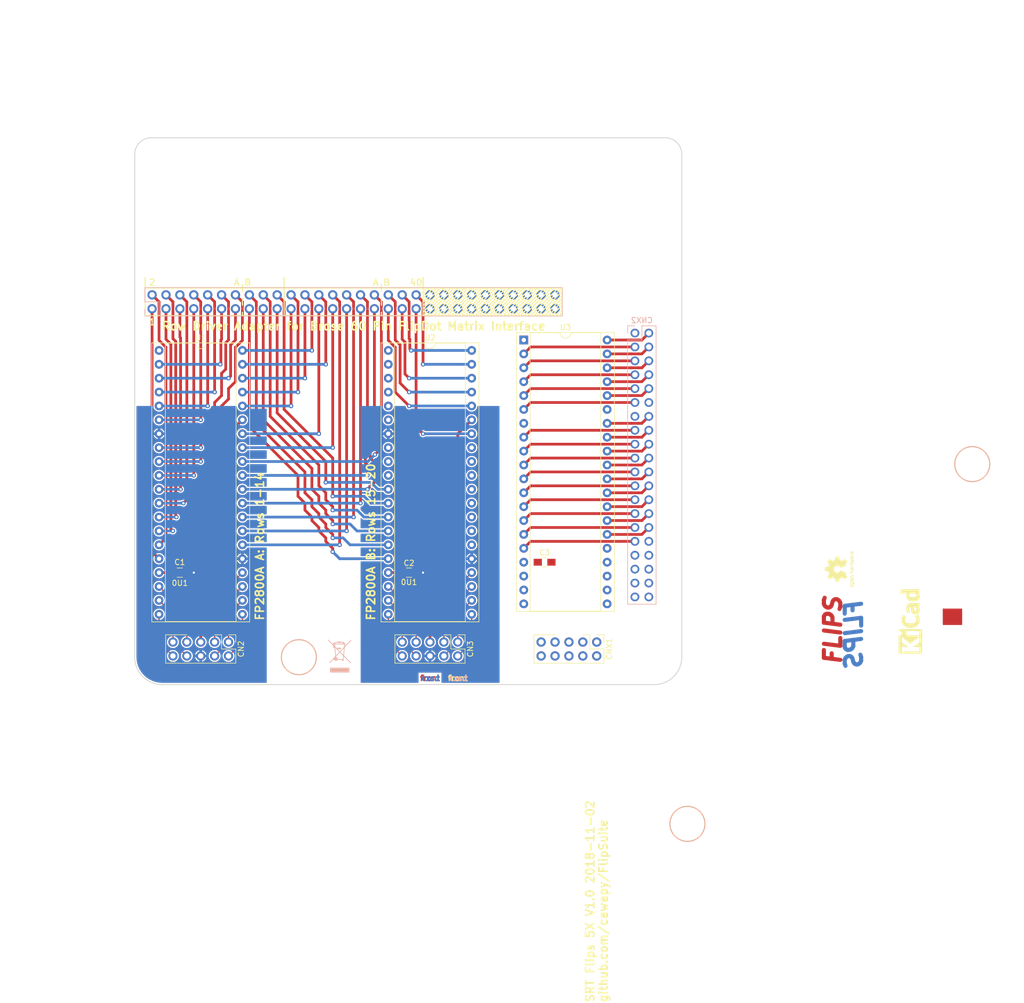
<source format=kicad_pcb>
(kicad_pcb (version 20171130) (host pcbnew "(5.0.1)-3")
  (title_block (title "Flips 5") (date 2018-08-28) (rev 0.1) (company SRT) (comment 1 A-2UFP2832-FDMBR60) (comment 2 "Zeilentreiber-Adapter für Brose 60 Pin Port und FP2800A-Ausgänge"))
  (layers (0 F.Cu signal) (31 B.Cu signal) (34 B.Paste user) (35 F.Paste user) (36 B.SilkS user) (37 F.SilkS user) (38 B.Mask user) (39 F.Mask user) (44 Edge.Cuts user))
  (net 0 "")
  (net 1 /L.A2)
  (net 2 /L.A0)
  (net 3 /L.A1)
  (net 4 /L.VCC)
  (net 5 /L.GND)
  (net 6 /L.HV)
  (net 7 /L.POL)
  (net 8 /L.EN)
  (net 9 /L.B0)
  (net 10 /L.B1)
  (net 11 /R.B1)
  (net 12 /R.B0)
  (net 13 /R.EN)
  (net 14 /R.POL)
  (net 15 /R.HV)
  (net 16 /R.GND)
  (net 17 /R.VCC)
  (net 18 /R.A1)
  (net 19 /R.A0)
  (net 20 /R.A2)
  (net 21 "Net-(CN1-Pad41)")
  (net 22 "Net-(CN1-Pad42)")
  (net 23 "Net-(CN1-Pad43)")
  (net 24 "Net-(CN1-Pad44)")
  (net 25 "Net-(CN1-Pad45)")
  (net 26 "Net-(CN1-Pad46)")
  (net 27 "Net-(CN1-Pad47)")
  (net 28 "Net-(CN1-Pad48)")
  (net 29 "Net-(CN1-Pad49)")
  (net 30 "Net-(CN1-Pad50)")
  (net 31 "Net-(CN1-Pad51)")
  (net 32 "Net-(CN1-Pad52)")
  (net 33 "Net-(CN1-Pad53)")
  (net 34 "Net-(CN1-Pad54)")
  (net 35 "Net-(CN1-Pad55)")
  (net 36 "Net-(CN1-Pad56)")
  (net 37 "Net-(CN1-Pad57)")
  (net 38 "Net-(CN1-Pad58)")
  (net 39 "Net-(CN1-Pad59)")
  (net 40 "Net-(CN1-Pad60)")
  (net 41 "Net-(U1-Pad1)")
  (net 42 "Net-(U2-Pad1)")
  (net 43 "Net-(U2-Pad2)")
  (net 44 "Net-(U2-Pad3)")
  (net 45 "Net-(U2-Pad4)")
  (net 46 "Net-(U2-Pad5)")
  (net 47 "Net-(U2-Pad6)")
  (net 48 "Net-(U2-Pad26)")
  (net 49 "Net-(U2-Pad27)")
  (net 50 "Net-(U2-Pad8)")
  (net 51 "Net-(U2-Pad28)")
  (net 52 "Net-(U2-Pad9)")
  (net 53 "Net-(U2-Pad29)")
  (net 54 "Net-(U2-Pad10)")
  (net 55 "Net-(U2-Pad30)")
  (net 56 "Net-(U2-Pad31)")
  (net 57 "Net-(U2-Pad32)")
  (net 58 "Net-(U2-Pad33)")
  (net 59 /SY1)
  (net 60 /SY2)
  (net 61 /SY3)
  (net 62 /SY4)
  (net 63 /SY5)
  (net 64 /SY6)
  (net 65 /SY7)
  (net 66 /SY8)
  (net 67 /SY9)
  (net 68 /SY10)
  (net 69 /SY11)
  (net 70 /SY12)
  (net 71 /SY13)
  (net 72 /SY14)
  (net 73 /SY15)
  (net 74 /SY16)
  (net 75 /SY17)
  (net 76 /SY18)
  (net 77 /SY19)
  (net 78 /SY20)
  (net 79 /RY1)
  (net 80 /RY2)
  (net 81 /RY3)
  (net 82 /RY4)
  (net 83 /RY5)
  (net 84 /RY6)
  (net 85 /RY7)
  (net 86 /RY8)
  (net 87 /RY9)
  (net 88 /RY10)
  (net 89 /RY11)
  (net 90 /RY12)
  (net 91 /RY13)
  (net 92 /RY14)
  (net 93 /RY15)
  (net 94 /RY16)
  (net 95 /RY17)
  (net 96 /RY18)
  (net 97 /RY19)
  (net 98 /RY20)
  (net 99 /X.GND)
  (net 100 /X.VCC)
  (net 101 /X.B1)
  (net 102 /X.B0)
  (net 103 /X.EN)
  (net 104 /X.POL)
  (net 105 /X.HV)
  (net 106 /X.A1)
  (net 107 /X.A0)
  (net 108 /X.A2)
  (net 109 /X18)
  (net 110 /X20)
  (net 111 /X17)
  (net 112 /X16)
  (net 113 /X15)
  (net 114 /X1)
  (net 115 /X2)
  (net 116 /X19)
  (net 117 /X3)
  (net 118 /X21)
  (net 119 /X4)
  (net 120 /X28)
  (net 121 /X6)
  (net 122 /X26)
  (net 123 /X5)
  (net 124 /X27)
  (net 125 /X7)
  (net 126 /X25)
  (net 127 /X14)
  (net 128 /X24)
  (net 129 /X12)
  (net 130 /X23)
  (net 131 /X22)
  (net 132 /X8)
  (net 133 /X9)
  (net 134 /X10)
  (net 135 /X13)
  (net 136 /X11)
  (net 137 "Net-(U3-Pad1)")
  (net 138 "Net-(CNX2-Pad35)")
  (net 139 "Net-(CNX2-Pad1)")
  (net 140 "Net-(CNX2-Pad40)")
  (net 141 "Net-(CNX2-Pad39)")
  (net 142 "Net-(CNX2-Pad38)")
  (net 143 "Net-(CNX2-Pad37)")
  (net 144 "Net-(CNX2-Pad36)")
  (net 145 "Net-(CNX2-Pad34)")
  (net 146 "Net-(CNX2-Pad33)")
  (net 147 "Net-(CNX2-Pad32)")
  (net 148 "Net-(CNX2-Pad13)")
  (net 149 "Net-(CNX2-Pad12)")
  (module Own:Pin_Header_Angle_Shrouded_2x05_Pitch2.54mm (layer F.Cu) (at 85.09 144.78 270)
    (fp_text reference CN2 (at 1.27 -2.286 270) (layer F.SilkS))
    (fp_text value UFP2810 hide)
    (pad 10 thru_hole oval (at 2.54 10.16 270) (size 1.7 1.7) (drill 1) (layers *.Cu *.Mask) (net 1 /L.A2))
    (pad 9 thru_hole oval (at 0 10.16 270) (size 1.7 1.7) (drill 1) (layers *.Cu *.Mask) (net 2 /L.A0))
    (pad 8 thru_hole oval (at 2.54 7.62 270) (size 1.7 1.7) (drill 1) (layers *.Cu *.Mask) (net 3 /L.A1))
    (pad 7 thru_hole oval (at 0 7.62 270) (size 1.7 1.7) (drill 1) (layers *.Cu *.Mask) (net 4 /L.VCC))
    (pad 6 thru_hole oval (at 2.54 5.08 270) (size 1.7 1.7) (drill 1) (layers *.Cu *.Mask) (net 5 /L.GND))
    (pad 5 thru_hole oval (at 0 5.08 270) (size 1.7 1.7) (drill 1) (layers *.Cu *.Mask) (net 6 /L.HV))
    (pad 4 thru_hole oval (at 2.54 2.54 270) (size 1.7 1.7) (drill 1) (layers *.Cu *.Mask) (net 7 /L.POL))
    (pad 3 thru_hole oval (at 0 2.54 270) (size 1.7 1.7) (drill 1) (layers *.Cu *.Mask) (net 8 /L.EN))
    (pad 2 thru_hole oval (at 2.54 0 270) (size 1.7 1.7) (drill 1) (layers *.Cu *.Mask) (net 9 /L.B0))
    (pad 1 thru_hole circle (at 0 0 270) (size 1.7 1.7) (drill 1) (layers *.Cu *.Mask) (net 10 /L.B1))
  )
  (module Own:Pin_Header_Angle_Shrouded_2x05_Pitch2.54mm (layer F.Cu) (at 127 144.78 270)
    (fp_text reference CN3 (at 1.27 -2.286 270) (layer F.SilkS))
    (fp_text value UFP2810 hide)
    (pad 10 thru_hole oval (at 2.54 10.16 270) (size 1.7 1.7) (drill 1) (layers *.Cu *.Mask) (net 20 /R.A2))
    (pad 9 thru_hole oval (at 0 10.16 270) (size 1.7 1.7) (drill 1) (layers *.Cu *.Mask) (net 19 /R.A0))
    (pad 8 thru_hole oval (at 2.54 7.62 270) (size 1.7 1.7) (drill 1) (layers *.Cu *.Mask) (net 18 /R.A1))
    (pad 7 thru_hole oval (at 0 7.62 270) (size 1.7 1.7) (drill 1) (layers *.Cu *.Mask) (net 17 /R.VCC))
    (pad 6 thru_hole oval (at 2.54 5.08 270) (size 1.7 1.7) (drill 1) (layers *.Cu *.Mask) (net 16 /R.GND))
    (pad 5 thru_hole oval (at 0 5.08 270) (size 1.7 1.7) (drill 1) (layers *.Cu *.Mask) (net 15 /R.HV))
    (pad 4 thru_hole oval (at 2.54 2.54 270) (size 1.7 1.7) (drill 1) (layers *.Cu *.Mask) (net 14 /R.POL))
    (pad 3 thru_hole oval (at 0 2.54 270) (size 1.7 1.7) (drill 1) (layers *.Cu *.Mask) (net 13 /R.EN))
    (pad 2 thru_hole oval (at 2.54 0 270) (size 1.7 1.7) (drill 1) (layers *.Cu *.Mask) (net 12 /R.B0))
    (pad 1 thru_hole circle (at 0 0 270) (size 1.7 1.7) (drill 1) (layers *.Cu *.Mask) (net 11 /R.B1))
  )
  (module Own:Pin_Header_Angle_Shrouded_2x05_Pitch2.54mm (layer F.Cu) (at 152.4 144.78 270)
    (fp_text reference CNX1 (at 1.27 -2.286 270) (layer F.SilkS))
    (fp_text value UFP2810 hide)
    (pad 10 thru_hole oval (at 2.54 10.16 270) (size 1.7 1.7) (drill 1) (layers *.Cu *.Mask) (net 108 /X.A2))
    (pad 9 thru_hole oval (at 0 10.16 270) (size 1.7 1.7) (drill 1) (layers *.Cu *.Mask) (net 107 /X.A0))
    (pad 8 thru_hole oval (at 2.54 7.62 270) (size 1.7 1.7) (drill 1) (layers *.Cu *.Mask) (net 106 /X.A1))
    (pad 7 thru_hole oval (at 0 7.62 270) (size 1.7 1.7) (drill 1) (layers *.Cu *.Mask) (net 100 /X.VCC))
    (pad 6 thru_hole oval (at 2.54 5.08 270) (size 1.7 1.7) (drill 1) (layers *.Cu *.Mask) (net 99 /X.GND))
    (pad 5 thru_hole oval (at 0 5.08 270) (size 1.7 1.7) (drill 1) (layers *.Cu *.Mask) (net 105 /X.HV))
    (pad 4 thru_hole oval (at 2.54 2.54 270) (size 1.7 1.7) (drill 1) (layers *.Cu *.Mask) (net 104 /X.POL))
    (pad 3 thru_hole oval (at 0 2.54 270) (size 1.7 1.7) (drill 1) (layers *.Cu *.Mask) (net 103 /X.EN))
    (pad 2 thru_hole oval (at 2.54 0 270) (size 1.7 1.7) (drill 1) (layers *.Cu *.Mask) (net 102 /X.B0))
    (pad 1 thru_hole circle (at 0 0 270) (size 1.7 1.7) (drill 1) (layers *.Cu *.Mask) (net 101 /X.B1))
  )
  (module Socket_Strips:Socket_Strip_Straight_2x20_Pitch2.54mm (layer B.Cu) (at 159.385 88.265 180)
    (fp_text reference CNX2 (at -1.27 2.33 180) (layer B.SilkS) (effects (justify mirror)))
    (fp_text value Conn_02x20_Odd_Even)
    (pad 40 thru_hole circle (at -2.54 -48.26 180) (size 1.6 1.6) (drill 1) (layers *.Cu *.Mask) (net 140 "Net-(CNX2-Pad40)"))
    (pad 39 thru_hole circle (at 0 -48.26 180) (size 1.6 1.6) (drill 1) (layers *.Cu *.Mask) (net 141 "Net-(CNX2-Pad39)"))
    (pad 38 thru_hole circle (at -2.54 -45.72 180) (size 1.6 1.6) (drill 1) (layers *.Cu *.Mask) (net 142 "Net-(CNX2-Pad38)"))
    (pad 37 thru_hole circle (at 0 -45.72 180) (size 1.6 1.6) (drill 1) (layers *.Cu *.Mask) (net 143 "Net-(CNX2-Pad37)"))
    (pad 36 thru_hole circle (at -2.54 -43.18 180) (size 1.6 1.6) (drill 1) (layers *.Cu *.Mask) (net 144 "Net-(CNX2-Pad36)"))
    (pad 35 thru_hole circle (at 0 -43.18 180) (size 1.6 1.6) (drill 1) (layers *.Cu *.Mask) (net 138 "Net-(CNX2-Pad35)"))
    (pad 34 thru_hole circle (at -2.54 -40.64 180) (size 1.6 1.6) (drill 1) (layers *.Cu *.Mask) (net 145 "Net-(CNX2-Pad34)"))
    (pad 33 thru_hole circle (at 0 -40.64 180) (size 1.6 1.6) (drill 1) (layers *.Cu *.Mask) (net 146 "Net-(CNX2-Pad33)"))
    (pad 32 thru_hole circle (at -2.54 -38.1 180) (size 1.6 1.6) (drill 1) (layers *.Cu *.Mask) (net 147 "Net-(CNX2-Pad32)"))
    (pad 31 thru_hole circle (at 0 -38.1 180) (size 1.6 1.6) (drill 1) (layers *.Cu *.Mask) (net 114 /X1))
    (pad 30 thru_hole circle (at -2.54 -35.56 180) (size 1.6 1.6) (drill 1) (layers *.Cu *.Mask) (net 131 /X22))
    (pad 29 thru_hole circle (at 0 -35.56 180) (size 1.6 1.6) (drill 1) (layers *.Cu *.Mask) (net 115 /X2))
    (pad 28 thru_hole circle (at -2.54 -33.02 180) (size 1.6 1.6) (drill 1) (layers *.Cu *.Mask) (net 130 /X23))
    (pad 27 thru_hole circle (at 0 -33.02 180) (size 1.6 1.6) (drill 1) (layers *.Cu *.Mask) (net 117 /X3))
    (pad 26 thru_hole circle (at -2.54 -30.48 180) (size 1.6 1.6) (drill 1) (layers *.Cu *.Mask) (net 128 /X24))
    (pad 25 thru_hole circle (at 0 -30.48 180) (size 1.6 1.6) (drill 1) (layers *.Cu *.Mask) (net 119 /X4))
    (pad 24 thru_hole circle (at -2.54 -27.94 180) (size 1.6 1.6) (drill 1) (layers *.Cu *.Mask) (net 126 /X25))
    (pad 23 thru_hole circle (at 0 -27.94 180) (size 1.6 1.6) (drill 1) (layers *.Cu *.Mask) (net 121 /X6))
    (pad 22 thru_hole circle (at -2.54 -25.4 180) (size 1.6 1.6) (drill 1) (layers *.Cu *.Mask) (net 124 /X27))
    (pad 21 thru_hole circle (at 0 -25.4 180) (size 1.6 1.6) (drill 1) (layers *.Cu *.Mask) (net 123 /X5))
    (pad 20 thru_hole circle (at -2.54 -22.86 180) (size 1.6 1.6) (drill 1) (layers *.Cu *.Mask) (net 122 /X26))
    (pad 19 thru_hole circle (at 0 -22.86 180) (size 1.6 1.6) (drill 1) (layers *.Cu *.Mask) (net 125 /X7))
    (pad 18 thru_hole circle (at -2.54 -20.32 180) (size 1.6 1.6) (drill 1) (layers *.Cu *.Mask) (net 120 /X28))
    (pad 17 thru_hole circle (at 0 -20.32 180) (size 1.6 1.6) (drill 1) (layers *.Cu *.Mask) (net 127 /X14))
    (pad 16 thru_hole circle (at -2.54 -17.78 180) (size 1.6 1.6) (drill 1) (layers *.Cu *.Mask) (net 118 /X21))
    (pad 15 thru_hole circle (at 0 -17.78 180) (size 1.6 1.6) (drill 1) (layers *.Cu *.Mask) (net 129 /X12))
    (pad 14 thru_hole circle (at -2.54 -15.24 180) (size 1.6 1.6) (drill 1) (layers *.Cu *.Mask) (net 116 /X19))
    (pad 13 thru_hole circle (at 0 -15.24 180) (size 1.6 1.6) (drill 1) (layers *.Cu *.Mask) (net 148 "Net-(CNX2-Pad13)"))
    (pad 12 thru_hole circle (at -2.54 -12.7 180) (size 1.6 1.6) (drill 1) (layers *.Cu *.Mask) (net 149 "Net-(CNX2-Pad12)"))
    (pad 11 thru_hole circle (at 0 -12.7 180) (size 1.6 1.6) (drill 1) (layers *.Cu *.Mask) (net 132 /X8))
    (pad 10 thru_hole circle (at -2.54 -10.16 180) (size 1.6 1.6) (drill 1) (layers *.Cu *.Mask) (net 113 /X15))
    (pad 9 thru_hole circle (at 0 -10.16 180) (size 1.6 1.6) (drill 1) (layers *.Cu *.Mask) (net 133 /X9))
    (pad 8 thru_hole circle (at -2.54 -7.62 180) (size 1.6 1.6) (drill 1) (layers *.Cu *.Mask) (net 112 /X16))
    (pad 7 thru_hole circle (at 0 -7.62 180) (size 1.6 1.6) (drill 1) (layers *.Cu *.Mask) (net 134 /X10))
    (pad 6 thru_hole circle (at -2.54 -5.08 180) (size 1.6 1.6) (drill 1) (layers *.Cu *.Mask) (net 111 /X17))
    (pad 5 thru_hole circle (at 0 -5.08 180) (size 1.6 1.6) (drill 1) (layers *.Cu *.Mask) (net 135 /X13))
    (pad 4 thru_hole circle (at -2.54 -2.54 180) (size 1.6 1.6) (drill 1) (layers *.Cu *.Mask) (net 110 /X20))
    (pad 3 thru_hole circle (at 0 -2.54 180) (size 1.6 1.6) (drill 1) (layers *.Cu *.Mask) (net 136 /X11))
    (pad 2 thru_hole circle (at -2.54 0 180) (size 1.6 1.6) (drill 1) (layers *.Cu *.Mask) (net 109 /X18))
    (pad 1 thru_hole circle (at 0 0 180) (size 1.6 1.6) (drill 1) (layers *.Cu *.Mask) (net 139 "Net-(CNX2-Pad1)"))
  )
  (module Mounting_Holes:MountingHole_3.2mm_M3 (layer F.Cu) (at 221.055 112.235)
    (fp_text reference REF** hide)
    (fp_text value MountingHole_3.2mm_M3)
    (pad 1 np_thru_hole circle (at 0 0) (size 3.2 3.2) (drill 3.2) (layers *.Cu *.Mask))
  )
  (module Mounting_Holes:MountingHole_3.2mm_M3 (layer F.Cu) (at 97.95 147.55)
    (fp_text reference REF** hide)
    (fp_text value MountingHole_3.2mm_M3)
    (pad 1 np_thru_hole circle (at 0 0) (size 3.2 3.2) (drill 3.2) (layers *.Cu *.Mask))
  )
  (module Socket_Strips:Socket_Strip_Straight_2x30_Pitch2.54mm (layer B.Cu) (at 71.12 83.82 270)
    (fp_text reference CN1 hide)
    (fp_text value Conn_02x30_Odd_Even)
    (pad 1 thru_hole circle (at 0 0 270) (size 1.7 1.7) (drill 1) (layers *.Cu *.Mask) (net 59 /SY1))
    (pad 2 thru_hole oval (at -2.54 0 270) (size 1.7 1.7) (drill 1) (layers *.Cu *.Mask) (net 60 /SY2))
    (pad 3 thru_hole oval (at 0 -2.54 270) (size 1.7 1.7) (drill 1) (layers *.Cu *.Mask) (net 61 /SY3))
    (pad 4 thru_hole oval (at -2.54 -2.54 270) (size 1.7 1.7) (drill 1) (layers *.Cu *.Mask) (net 62 /SY4))
    (pad 5 thru_hole oval (at 0 -5.08 270) (size 1.7 1.7) (drill 1) (layers *.Cu *.Mask) (net 63 /SY5))
    (pad 6 thru_hole oval (at -2.54 -5.08 270) (size 1.7 1.7) (drill 1) (layers *.Cu *.Mask) (net 64 /SY6))
    (pad 7 thru_hole oval (at 0 -7.62 270) (size 1.7 1.7) (drill 1) (layers *.Cu *.Mask) (net 65 /SY7))
    (pad 8 thru_hole oval (at -2.54 -7.62 270) (size 1.7 1.7) (drill 1) (layers *.Cu *.Mask) (net 66 /SY8))
    (pad 9 thru_hole oval (at 0 -10.16 270) (size 1.7 1.7) (drill 1) (layers *.Cu *.Mask) (net 67 /SY9))
    (pad 10 thru_hole oval (at -2.54 -10.16 270) (size 1.7 1.7) (drill 1) (layers *.Cu *.Mask) (net 68 /SY10))
    (pad 11 thru_hole oval (at 0 -12.7 270) (size 1.7 1.7) (drill 1) (layers *.Cu *.Mask) (net 69 /SY11))
    (pad 12 thru_hole oval (at -2.54 -12.7 270) (size 1.7 1.7) (drill 1) (layers *.Cu *.Mask) (net 70 /SY12))
    (pad 13 thru_hole oval (at 0 -15.24 270) (size 1.7 1.7) (drill 1) (layers *.Cu *.Mask) (net 71 /SY13))
    (pad 14 thru_hole oval (at -2.54 -15.24 270) (size 1.7 1.7) (drill 1) (layers *.Cu *.Mask) (net 72 /SY14))
    (pad 15 thru_hole oval (at 0 -17.78 270) (size 1.7 1.7) (drill 1) (layers *.Cu *.Mask) (net 73 /SY15))
    (pad 16 thru_hole oval (at -2.54 -17.78 270) (size 1.7 1.7) (drill 1) (layers *.Cu *.Mask) (net 74 /SY16))
    (pad 17 thru_hole oval (at 0 -20.32 270) (size 1.7 1.7) (drill 1) (layers *.Cu *.Mask) (net 75 /SY17))
    (pad 18 thru_hole oval (at -2.54 -20.32 270) (size 1.7 1.7) (drill 1) (layers *.Cu *.Mask) (net 76 /SY18))
    (pad 19 thru_hole oval (at 0 -22.86 270) (size 1.7 1.7) (drill 1) (layers *.Cu *.Mask) (net 77 /SY19))
    (pad 20 thru_hole oval (at -2.54 -22.86 270) (size 1.7 1.7) (drill 1) (layers *.Cu *.Mask) (net 78 /SY20))
    (pad 21 thru_hole oval (at 0 -25.4 270) (size 1.7 1.7) (drill 1) (layers *.Cu *.Mask) (net 79 /RY1))
    (pad 22 thru_hole oval (at -2.54 -25.4 270) (size 1.7 1.7) (drill 1) (layers *.Cu *.Mask) (net 80 /RY2))
    (pad 23 thru_hole oval (at 0 -27.94 270) (size 1.7 1.7) (drill 1) (layers *.Cu *.Mask) (net 81 /RY3))
    (pad 24 thru_hole oval (at -2.54 -27.94 270) (size 1.7 1.7) (drill 1) (layers *.Cu *.Mask) (net 82 /RY4))
    (pad 25 thru_hole oval (at 0 -30.48 270) (size 1.7 1.7) (drill 1) (layers *.Cu *.Mask) (net 83 /RY5))
    (pad 26 thru_hole oval (at -2.54 -30.48 270) (size 1.7 1.7) (drill 1) (layers *.Cu *.Mask) (net 84 /RY6))
    (pad 27 thru_hole oval (at 0 -33.02 270) (size 1.7 1.7) (drill 1) (layers *.Cu *.Mask) (net 85 /RY7))
    (pad 28 thru_hole oval (at -2.54 -33.02 270) (size 1.7 1.7) (drill 1) (layers *.Cu *.Mask) (net 86 /RY8))
    (pad 29 thru_hole oval (at 0 -35.56 270) (size 1.7 1.7) (drill 1) (layers *.Cu *.Mask) (net 87 /RY9))
    (pad 30 thru_hole oval (at -2.54 -35.56 270) (size 1.7 1.7) (drill 1) (layers *.Cu *.Mask) (net 88 /RY10))
    (pad 31 thru_hole oval (at 0 -38.1 270) (size 1.7 1.7) (drill 1) (layers *.Cu *.Mask) (net 89 /RY11))
    (pad 32 thru_hole oval (at -2.54 -38.1 270) (size 1.7 1.7) (drill 1) (layers *.Cu *.Mask) (net 90 /RY12))
    (pad 33 thru_hole oval (at 0 -40.64 270) (size 1.7 1.7) (drill 1) (layers *.Cu *.Mask) (net 91 /RY13))
    (pad 34 thru_hole oval (at -2.54 -40.64 270) (size 1.7 1.7) (drill 1) (layers *.Cu *.Mask) (net 92 /RY14))
    (pad 35 thru_hole oval (at 0 -43.18 270) (size 1.7 1.7) (drill 1) (layers *.Cu *.Mask) (net 93 /RY15))
    (pad 36 thru_hole oval (at -2.54 -43.18 270) (size 1.7 1.7) (drill 1) (layers *.Cu *.Mask) (net 94 /RY16))
    (pad 37 thru_hole oval (at 0 -45.72 270) (size 1.7 1.7) (drill 1) (layers *.Cu *.Mask) (net 95 /RY17))
    (pad 38 thru_hole oval (at -2.54 -45.72 270) (size 1.7 1.7) (drill 1) (layers *.Cu *.Mask) (net 96 /RY18))
    (pad 39 thru_hole oval (at 0 -48.26 270) (size 1.7 1.7) (drill 1) (layers *.Cu *.Mask) (net 97 /RY19))
    (pad 40 thru_hole oval (at -2.54 -48.26 270) (size 1.7 1.7) (drill 1) (layers *.Cu *.Mask) (net 98 /RY20))
    (pad 41 thru_hole oval (at 0 -50.8 270) (size 1.7 1.7) (drill 1) (layers *.Cu *.Mask) (net 21 "Net-(CN1-Pad41)"))
    (pad 42 thru_hole oval (at -2.54 -50.8 270) (size 1.7 1.7) (drill 1) (layers *.Cu *.Mask) (net 22 "Net-(CN1-Pad42)"))
    (pad 43 thru_hole oval (at 0 -53.34 270) (size 1.7 1.7) (drill 1) (layers *.Cu *.Mask) (net 23 "Net-(CN1-Pad43)"))
    (pad 44 thru_hole oval (at -2.54 -53.34 270) (size 1.7 1.7) (drill 1) (layers *.Cu *.Mask) (net 24 "Net-(CN1-Pad44)"))
    (pad 45 thru_hole oval (at 0 -55.88 270) (size 1.7 1.7) (drill 1) (layers *.Cu *.Mask) (net 25 "Net-(CN1-Pad45)"))
    (pad 46 thru_hole oval (at -2.54 -55.88 270) (size 1.7 1.7) (drill 1) (layers *.Cu *.Mask) (net 26 "Net-(CN1-Pad46)"))
    (pad 47 thru_hole oval (at 0 -58.42 270) (size 1.7 1.7) (drill 1) (layers *.Cu *.Mask) (net 27 "Net-(CN1-Pad47)"))
    (pad 48 thru_hole oval (at -2.54 -58.42 270) (size 1.7 1.7) (drill 1) (layers *.Cu *.Mask) (net 28 "Net-(CN1-Pad48)"))
    (pad 49 thru_hole oval (at 0 -60.96 270) (size 1.7 1.7) (drill 1) (layers *.Cu *.Mask) (net 29 "Net-(CN1-Pad49)"))
    (pad 50 thru_hole oval (at -2.54 -60.96 270) (size 1.7 1.7) (drill 1) (layers *.Cu *.Mask) (net 30 "Net-(CN1-Pad50)"))
    (pad 51 thru_hole oval (at 0 -63.5 270) (size 1.7 1.7) (drill 1) (layers *.Cu *.Mask) (net 31 "Net-(CN1-Pad51)"))
    (pad 52 thru_hole oval (at -2.54 -63.5 270) (size 1.7 1.7) (drill 1) (layers *.Cu *.Mask) (net 32 "Net-(CN1-Pad52)"))
    (pad 53 thru_hole oval (at 0 -66.04 270) (size 1.7 1.7) (drill 1) (layers *.Cu *.Mask) (net 33 "Net-(CN1-Pad53)"))
    (pad 54 thru_hole oval (at -2.54 -66.04 270) (size 1.7 1.7) (drill 1) (layers *.Cu *.Mask) (net 34 "Net-(CN1-Pad54)"))
    (pad 55 thru_hole oval (at 0 -68.58 270) (size 1.7 1.7) (drill 1) (layers *.Cu *.Mask) (net 35 "Net-(CN1-Pad55)"))
    (pad 56 thru_hole oval (at -2.54 -68.58 270) (size 1.7 1.7) (drill 1) (layers *.Cu *.Mask) (net 36 "Net-(CN1-Pad56)"))
    (pad 57 thru_hole oval (at 0 -71.12 270) (size 1.7 1.7) (drill 1) (layers *.Cu *.Mask) (net 37 "Net-(CN1-Pad57)"))
    (pad 58 thru_hole oval (at -2.54 -71.12 270) (size 1.7 1.7) (drill 1) (layers *.Cu *.Mask) (net 38 "Net-(CN1-Pad58)"))
    (pad 59 thru_hole oval (at 0 -73.66 270) (size 1.7 1.7) (drill 1) (layers *.Cu *.Mask) (net 39 "Net-(CN1-Pad59)"))
    (pad 60 thru_hole oval (at -2.54 -73.66 270) (size 1.7 1.7) (drill 1) (layers *.Cu *.Mask) (net 40 "Net-(CN1-Pad60)"))
  )
  (module Mounting_Holes:MountingHole_3.2mm_M3 (layer F.Cu) (at 168.91 178.435)
    (fp_text reference REF** hide)
    (fp_text value MountingHole_3.2mm_M3)
    (pad 1 np_thru_hole circle (at 0 0) (size 3.2 3.2) (drill 3.2) (layers *.Cu *.Mask))
  )
  (module Housings_DIP:DIP-40_W15.24mm_Socket (layer F.Cu) (at 72.39 91.44)
    (fp_text reference U1 (at 7.62 -2.33) (layer F.SilkS))
    (fp_text value FP2800A)
    (pad 40 thru_hole oval (at 15.24 0) (size 1.6 1.6) (drill 0.8) (layers *.Cu *.Mask) (net 82 /RY4))
    (pad 20 thru_hole oval (at 0 48.26) (size 1.6 1.6) (drill 0.8) (layers *.Cu *.Mask) (net 1 /L.A2))
    (pad 39 thru_hole oval (at 15.24 2.54) (size 1.6 1.6) (drill 0.8) (layers *.Cu *.Mask) (net 84 /RY6))
    (pad 19 thru_hole oval (at 0 45.72) (size 1.6 1.6) (drill 0.8) (layers *.Cu *.Mask) (net 2 /L.A0))
    (pad 38 thru_hole oval (at 15.24 5.08) (size 1.6 1.6) (drill 0.8) (layers *.Cu *.Mask) (net 81 /RY3))
    (pad 18 thru_hole oval (at 0 43.18) (size 1.6 1.6) (drill 0.8) (layers *.Cu *.Mask) (net 3 /L.A1))
    (pad 37 thru_hole oval (at 15.24 7.62) (size 1.6 1.6) (drill 0.8) (layers *.Cu *.Mask) (net 80 /RY2))
    (pad 17 thru_hole oval (at 0 40.64) (size 1.6 1.6) (drill 0.8) (layers *.Cu *.Mask) (net 4 /L.VCC))
    (pad 36 thru_hole oval (at 15.24 10.16) (size 1.6 1.6) (drill 0.8) (layers *.Cu *.Mask) (net 79 /RY1))
    (pad 16 thru_hole oval (at 0 38.1) (size 1.6 1.6) (drill 0.8) (layers *.Cu *.Mask) (net 59 /SY1))
    (pad 35 thru_hole oval (at 15.24 12.7) (size 1.6 1.6) (drill 0.8) (layers *.Cu *.Mask) (net 6 /L.HV))
    (pad 15 thru_hole oval (at 0 35.56) (size 1.6 1.6) (drill 0.8) (layers *.Cu *.Mask) (net 60 /SY2))
    (pad 34 thru_hole oval (at 15.24 15.24) (size 1.6 1.6) (drill 0.8) (layers *.Cu *.Mask) (net 83 /RY5))
    (pad 14 thru_hole oval (at 0 33.02) (size 1.6 1.6) (drill 0.8) (layers *.Cu *.Mask) (net 61 /SY3))
    (pad 33 thru_hole oval (at 15.24 17.78) (size 1.6 1.6) (drill 0.8) (layers *.Cu *.Mask) (net 85 /RY7))
    (pad 13 thru_hole oval (at 0 30.48) (size 1.6 1.6) (drill 0.8) (layers *.Cu *.Mask) (net 62 /SY4))
    (pad 32 thru_hole oval (at 15.24 20.32) (size 1.6 1.6) (drill 0.8) (layers *.Cu *.Mask) (net 92 /RY14))
    (pad 12 thru_hole oval (at 0 27.94) (size 1.6 1.6) (drill 0.8) (layers *.Cu *.Mask) (net 64 /SY6))
    (pad 31 thru_hole oval (at 15.24 22.86) (size 1.6 1.6) (drill 0.8) (layers *.Cu *.Mask) (net 90 /RY12))
    (pad 11 thru_hole oval (at 0 25.4) (size 1.6 1.6) (drill 0.8) (layers *.Cu *.Mask) (net 63 /SY5))
    (pad 30 thru_hole oval (at 15.24 25.4) (size 1.6 1.6) (drill 0.8) (layers *.Cu *.Mask) (net 91 /RY13))
    (pad 10 thru_hole oval (at 0 22.86) (size 1.6 1.6) (drill 0.8) (layers *.Cu *.Mask) (net 65 /SY7))
    (pad 29 thru_hole oval (at 15.24 27.94) (size 1.6 1.6) (drill 0.8) (layers *.Cu *.Mask) (net 89 /RY11))
    (pad 9 thru_hole oval (at 0 20.32) (size 1.6 1.6) (drill 0.8) (layers *.Cu *.Mask) (net 72 /SY14))
    (pad 28 thru_hole oval (at 15.24 30.48) (size 1.6 1.6) (drill 0.8) (layers *.Cu *.Mask) (net 88 /RY10))
    (pad 8 thru_hole oval (at 0 17.78) (size 1.6 1.6) (drill 0.8) (layers *.Cu *.Mask) (net 70 /SY12))
    (pad 27 thru_hole oval (at 15.24 33.02) (size 1.6 1.6) (drill 0.8) (layers *.Cu *.Mask) (net 87 /RY9))
    (pad 7 thru_hole oval (at 0 15.24) (size 1.6 1.6) (drill 0.8) (layers *.Cu *.Mask) (net 5 /L.GND))
    (pad 26 thru_hole oval (at 15.24 35.56) (size 1.6 1.6) (drill 0.8) (layers *.Cu *.Mask) (net 86 /RY8))
    (pad 6 thru_hole oval (at 0 12.7) (size 1.6 1.6) (drill 0.8) (layers *.Cu *.Mask) (net 66 /SY8))
    (pad 25 thru_hole oval (at 15.24 38.1) (size 1.6 1.6) (drill 0.8) (layers *.Cu *.Mask) (net 5 /L.GND))
    (pad 5 thru_hole oval (at 0 10.16) (size 1.6 1.6) (drill 0.8) (layers *.Cu *.Mask) (net 67 /SY9))
    (pad 24 thru_hole oval (at 15.24 40.64) (size 1.6 1.6) (drill 0.8) (layers *.Cu *.Mask) (net 8 /L.EN))
    (pad 4 thru_hole oval (at 0 7.62) (size 1.6 1.6) (drill 0.8) (layers *.Cu *.Mask) (net 68 /SY10))
    (pad 23 thru_hole oval (at 15.24 43.18) (size 1.6 1.6) (drill 0.8) (layers *.Cu *.Mask) (net 7 /L.POL))
    (pad 3 thru_hole oval (at 0 5.08) (size 1.6 1.6) (drill 0.8) (layers *.Cu *.Mask) (net 71 /SY13))
    (pad 22 thru_hole oval (at 15.24 45.72) (size 1.6 1.6) (drill 0.8) (layers *.Cu *.Mask) (net 10 /L.B1))
    (pad 2 thru_hole oval (at 0 2.54) (size 1.6 1.6) (drill 0.8) (layers *.Cu *.Mask) (net 69 /SY11))
    (pad 21 thru_hole oval (at 15.24 48.26) (size 1.6 1.6) (drill 0.8) (layers *.Cu *.Mask) (net 9 /L.B0))
    (pad 1 thru_hole circle (at 0 0) (size 1.6 1.6) (drill 0.8) (layers *.Cu *.Mask) (net 41 "Net-(U1-Pad1)"))
  )
  (module Housings_DIP:DIP-40_W15.24mm_Socket (layer F.Cu) (at 114.3 91.44)
    (fp_text reference U2 (at 7.62 -2.33) (layer F.SilkS))
    (fp_text value FP2800A)
    (pad 1 thru_hole circle (at 0 0) (size 1.6 1.6) (drill 0.8) (layers *.Cu *.Mask) (net 42 "Net-(U2-Pad1)"))
    (pad 21 thru_hole oval (at 15.24 48.26) (size 1.6 1.6) (drill 0.8) (layers *.Cu *.Mask) (net 12 /R.B0))
    (pad 2 thru_hole oval (at 0 2.54) (size 1.6 1.6) (drill 0.8) (layers *.Cu *.Mask) (net 43 "Net-(U2-Pad2)"))
    (pad 22 thru_hole oval (at 15.24 45.72) (size 1.6 1.6) (drill 0.8) (layers *.Cu *.Mask) (net 11 /R.B1))
    (pad 3 thru_hole oval (at 0 5.08) (size 1.6 1.6) (drill 0.8) (layers *.Cu *.Mask) (net 44 "Net-(U2-Pad3)"))
    (pad 23 thru_hole oval (at 15.24 43.18) (size 1.6 1.6) (drill 0.8) (layers *.Cu *.Mask) (net 14 /R.POL))
    (pad 4 thru_hole oval (at 0 7.62) (size 1.6 1.6) (drill 0.8) (layers *.Cu *.Mask) (net 45 "Net-(U2-Pad4)"))
    (pad 24 thru_hole oval (at 15.24 40.64) (size 1.6 1.6) (drill 0.8) (layers *.Cu *.Mask) (net 13 /R.EN))
    (pad 5 thru_hole oval (at 0 10.16) (size 1.6 1.6) (drill 0.8) (layers *.Cu *.Mask) (net 46 "Net-(U2-Pad5)"))
    (pad 25 thru_hole oval (at 15.24 38.1) (size 1.6 1.6) (drill 0.8) (layers *.Cu *.Mask) (net 16 /R.GND))
    (pad 6 thru_hole oval (at 0 12.7) (size 1.6 1.6) (drill 0.8) (layers *.Cu *.Mask) (net 47 "Net-(U2-Pad6)"))
    (pad 26 thru_hole oval (at 15.24 35.56) (size 1.6 1.6) (drill 0.8) (layers *.Cu *.Mask) (net 48 "Net-(U2-Pad26)"))
    (pad 7 thru_hole oval (at 0 15.24) (size 1.6 1.6) (drill 0.8) (layers *.Cu *.Mask) (net 16 /R.GND))
    (pad 27 thru_hole oval (at 15.24 33.02) (size 1.6 1.6) (drill 0.8) (layers *.Cu *.Mask) (net 49 "Net-(U2-Pad27)"))
    (pad 8 thru_hole oval (at 0 17.78) (size 1.6 1.6) (drill 0.8) (layers *.Cu *.Mask) (net 50 "Net-(U2-Pad8)"))
    (pad 28 thru_hole oval (at 15.24 30.48) (size 1.6 1.6) (drill 0.8) (layers *.Cu *.Mask) (net 51 "Net-(U2-Pad28)"))
    (pad 9 thru_hole oval (at 0 20.32) (size 1.6 1.6) (drill 0.8) (layers *.Cu *.Mask) (net 52 "Net-(U2-Pad9)"))
    (pad 29 thru_hole oval (at 15.24 27.94) (size 1.6 1.6) (drill 0.8) (layers *.Cu *.Mask) (net 53 "Net-(U2-Pad29)"))
    (pad 10 thru_hole oval (at 0 22.86) (size 1.6 1.6) (drill 0.8) (layers *.Cu *.Mask) (net 54 "Net-(U2-Pad10)"))
    (pad 30 thru_hole oval (at 15.24 25.4) (size 1.6 1.6) (drill 0.8) (layers *.Cu *.Mask) (net 55 "Net-(U2-Pad30)"))
    (pad 11 thru_hole oval (at 0 25.4) (size 1.6 1.6) (drill 0.8) (layers *.Cu *.Mask) (net 77 /SY19))
    (pad 31 thru_hole oval (at 15.24 22.86) (size 1.6 1.6) (drill 0.8) (layers *.Cu *.Mask) (net 56 "Net-(U2-Pad31)"))
    (pad 12 thru_hole oval (at 0 27.94) (size 1.6 1.6) (drill 0.8) (layers *.Cu *.Mask) (net 78 /SY20))
    (pad 32 thru_hole oval (at 15.24 20.32) (size 1.6 1.6) (drill 0.8) (layers *.Cu *.Mask) (net 57 "Net-(U2-Pad32)"))
    (pad 13 thru_hole oval (at 0 30.48) (size 1.6 1.6) (drill 0.8) (layers *.Cu *.Mask) (net 76 /SY18))
    (pad 33 thru_hole oval (at 15.24 17.78) (size 1.6 1.6) (drill 0.8) (layers *.Cu *.Mask) (net 58 "Net-(U2-Pad33)"))
    (pad 14 thru_hole oval (at 0 33.02) (size 1.6 1.6) (drill 0.8) (layers *.Cu *.Mask) (net 75 /SY17))
    (pad 34 thru_hole oval (at 15.24 15.24) (size 1.6 1.6) (drill 0.8) (layers *.Cu *.Mask) (net 97 /RY19))
    (pad 15 thru_hole oval (at 0 35.56) (size 1.6 1.6) (drill 0.8) (layers *.Cu *.Mask) (net 74 /SY16))
    (pad 35 thru_hole oval (at 15.24 12.7) (size 1.6 1.6) (drill 0.8) (layers *.Cu *.Mask) (net 15 /R.HV))
    (pad 16 thru_hole oval (at 0 38.1) (size 1.6 1.6) (drill 0.8) (layers *.Cu *.Mask) (net 73 /SY15))
    (pad 36 thru_hole oval (at 15.24 10.16) (size 1.6 1.6) (drill 0.8) (layers *.Cu *.Mask) (net 93 /RY15))
    (pad 17 thru_hole oval (at 0 40.64) (size 1.6 1.6) (drill 0.8) (layers *.Cu *.Mask) (net 17 /R.VCC))
    (pad 37 thru_hole oval (at 15.24 7.62) (size 1.6 1.6) (drill 0.8) (layers *.Cu *.Mask) (net 94 /RY16))
    (pad 18 thru_hole oval (at 0 43.18) (size 1.6 1.6) (drill 0.8) (layers *.Cu *.Mask) (net 18 /R.A1))
    (pad 38 thru_hole oval (at 15.24 5.08) (size 1.6 1.6) (drill 0.8) (layers *.Cu *.Mask) (net 95 /RY17))
    (pad 19 thru_hole oval (at 0 45.72) (size 1.6 1.6) (drill 0.8) (layers *.Cu *.Mask) (net 19 /R.A0))
    (pad 39 thru_hole oval (at 15.24 2.54) (size 1.6 1.6) (drill 0.8) (layers *.Cu *.Mask) (net 98 /RY20))
    (pad 20 thru_hole oval (at 0 48.26) (size 1.6 1.6) (drill 0.8) (layers *.Cu *.Mask) (net 20 /R.A2))
    (pad 40 thru_hole oval (at 15.24 0) (size 1.6 1.6) (drill 0.8) (layers *.Cu *.Mask) (net 96 /RY18))
  )
  (module Symbols:Symbol_KiCAD-Logo_CopperAndSilkScreenTop (layer F.Cu) (at 209.55 140.97 90)
    (fp_text reference REF** hide)
    (fp_text value "KiCAD Logo" hide)
  )
  (module Symbols:OSHW-Logo2_7.3x6mm_SilkScreen (layer F.Cu) (at 196.85 131.445 90)
    (fp_text reference REF*** hide)
    (fp_text value OSHW-Logo2_7.3x6mm_SilkScreen hide)
  )
  (module Symbols:WEEE-Logo_4.2x6mm_SilkScreen (layer B.Cu) (at 105.41 147.32 180)
    (fp_text reference REF*** hide)
    (fp_text value WEEE-Logo_4.2x6mm_SilkScreen hide)
  )
  (module Capacitors_SMD:C_0805_HandSoldering (layer F.Cu) (at 76.18 132.08 180)
    (fp_text reference C1 (at 0 1.905 180) (layer F.SilkS))
    (fp_text value 0U1 (at -0.02 -1.905 180) (layer F.SilkS))
    (pad 2 smd rect (at 1.25 0 180) (size 1.5 1.25) (layers F.Cu F.Paste F.Mask) (net 4 /L.VCC))
    (pad 1 smd rect (at -1.25 0 180) (size 1.5 1.25) (layers F.Cu F.Paste F.Mask) (net 5 /L.GND))
  )
  (module Capacitors_SMD:C_0805_HandSoldering (layer F.Cu) (at 118.09 132.08)
    (fp_text reference C2 (at 0 -1.75) (layer F.SilkS))
    (fp_text value 0U1 (at 0 1.75) (layer F.SilkS))
    (pad 1 smd rect (at -1.25 0) (size 1.5 1.25) (layers F.Cu F.Paste F.Mask) (net 17 /R.VCC))
    (pad 2 smd rect (at 1.25 0) (size 1.5 1.25) (layers F.Cu F.Paste F.Mask) (net 16 /R.GND))
  )
  (module Capacitors_SMD:C_0805_HandSoldering (layer F.Cu) (at 142.875 130.175)
    (fp_text reference C3 (at 0 -1.75) (layer F.SilkS))
    (fp_text value 0U1)
    (pad 2 smd rect (at 1.25 0) (size 1.5 1.25) (layers F.Cu F.Paste F.Mask) (net 99 /X.GND))
    (pad 1 smd rect (at -1.25 0) (size 1.5 1.25) (layers F.Cu F.Paste F.Mask) (net 100 /X.VCC))
  )
  (module Housings_DIP:DIP-40_W15.24mm_Socket (layer F.Cu) (at 139.065 89.535)
    (fp_text reference U3 (at 7.62 -2.33) (layer F.SilkS))
    (fp_text value FP2800A)
    (pad 40 thru_hole oval (at 15.24 0) (size 1.6 1.6) (drill 0.8) (layers *.Cu *.Mask) (net 109 /X18))
    (pad 20 thru_hole oval (at 0 48.26) (size 1.6 1.6) (drill 0.8) (layers *.Cu *.Mask) (net 108 /X.A2))
    (pad 39 thru_hole oval (at 15.24 2.54) (size 1.6 1.6) (drill 0.8) (layers *.Cu *.Mask) (net 110 /X20))
    (pad 19 thru_hole oval (at 0 45.72) (size 1.6 1.6) (drill 0.8) (layers *.Cu *.Mask) (net 107 /X.A0))
    (pad 38 thru_hole oval (at 15.24 5.08) (size 1.6 1.6) (drill 0.8) (layers *.Cu *.Mask) (net 111 /X17))
    (pad 18 thru_hole oval (at 0 43.18) (size 1.6 1.6) (drill 0.8) (layers *.Cu *.Mask) (net 106 /X.A1))
    (pad 37 thru_hole oval (at 15.24 7.62) (size 1.6 1.6) (drill 0.8) (layers *.Cu *.Mask) (net 112 /X16))
    (pad 17 thru_hole oval (at 0 40.64) (size 1.6 1.6) (drill 0.8) (layers *.Cu *.Mask) (net 100 /X.VCC))
    (pad 36 thru_hole oval (at 15.24 10.16) (size 1.6 1.6) (drill 0.8) (layers *.Cu *.Mask) (net 113 /X15))
    (pad 16 thru_hole oval (at 0 38.1) (size 1.6 1.6) (drill 0.8) (layers *.Cu *.Mask) (net 114 /X1))
    (pad 35 thru_hole oval (at 15.24 12.7) (size 1.6 1.6) (drill 0.8) (layers *.Cu *.Mask) (net 105 /X.HV))
    (pad 15 thru_hole oval (at 0 35.56) (size 1.6 1.6) (drill 0.8) (layers *.Cu *.Mask) (net 115 /X2))
    (pad 34 thru_hole oval (at 15.24 15.24) (size 1.6 1.6) (drill 0.8) (layers *.Cu *.Mask) (net 116 /X19))
    (pad 14 thru_hole oval (at 0 33.02) (size 1.6 1.6) (drill 0.8) (layers *.Cu *.Mask) (net 117 /X3))
    (pad 33 thru_hole oval (at 15.24 17.78) (size 1.6 1.6) (drill 0.8) (layers *.Cu *.Mask) (net 118 /X21))
    (pad 13 thru_hole oval (at 0 30.48) (size 1.6 1.6) (drill 0.8) (layers *.Cu *.Mask) (net 119 /X4))
    (pad 32 thru_hole oval (at 15.24 20.32) (size 1.6 1.6) (drill 0.8) (layers *.Cu *.Mask) (net 120 /X28))
    (pad 12 thru_hole oval (at 0 27.94) (size 1.6 1.6) (drill 0.8) (layers *.Cu *.Mask) (net 121 /X6))
    (pad 31 thru_hole oval (at 15.24 22.86) (size 1.6 1.6) (drill 0.8) (layers *.Cu *.Mask) (net 122 /X26))
    (pad 11 thru_hole oval (at 0 25.4) (size 1.6 1.6) (drill 0.8) (layers *.Cu *.Mask) (net 123 /X5))
    (pad 30 thru_hole oval (at 15.24 25.4) (size 1.6 1.6) (drill 0.8) (layers *.Cu *.Mask) (net 124 /X27))
    (pad 10 thru_hole oval (at 0 22.86) (size 1.6 1.6) (drill 0.8) (layers *.Cu *.Mask) (net 125 /X7))
    (pad 29 thru_hole oval (at 15.24 27.94) (size 1.6 1.6) (drill 0.8) (layers *.Cu *.Mask) (net 126 /X25))
    (pad 9 thru_hole oval (at 0 20.32) (size 1.6 1.6) (drill 0.8) (layers *.Cu *.Mask) (net 127 /X14))
    (pad 28 thru_hole oval (at 15.24 30.48) (size 1.6 1.6) (drill 0.8) (layers *.Cu *.Mask) (net 128 /X24))
    (pad 8 thru_hole oval (at 0 17.78) (size 1.6 1.6) (drill 0.8) (layers *.Cu *.Mask) (net 129 /X12))
    (pad 27 thru_hole oval (at 15.24 33.02) (size 1.6 1.6) (drill 0.8) (layers *.Cu *.Mask) (net 130 /X23))
    (pad 7 thru_hole oval (at 0 15.24) (size 1.6 1.6) (drill 0.8) (layers *.Cu *.Mask) (net 99 /X.GND))
    (pad 26 thru_hole oval (at 15.24 35.56) (size 1.6 1.6) (drill 0.8) (layers *.Cu *.Mask) (net 131 /X22))
    (pad 6 thru_hole oval (at 0 12.7) (size 1.6 1.6) (drill 0.8) (layers *.Cu *.Mask) (net 132 /X8))
    (pad 25 thru_hole oval (at 15.24 38.1) (size 1.6 1.6) (drill 0.8) (layers *.Cu *.Mask) (net 99 /X.GND))
    (pad 5 thru_hole oval (at 0 10.16) (size 1.6 1.6) (drill 0.8) (layers *.Cu *.Mask) (net 133 /X9))
    (pad 24 thru_hole oval (at 15.24 40.64) (size 1.6 1.6) (drill 0.8) (layers *.Cu *.Mask) (net 103 /X.EN))
    (pad 4 thru_hole oval (at 0 7.62) (size 1.6 1.6) (drill 0.8) (layers *.Cu *.Mask) (net 134 /X10))
    (pad 23 thru_hole oval (at 15.24 43.18) (size 1.6 1.6) (drill 0.8) (layers *.Cu *.Mask) (net 104 /X.POL))
    (pad 3 thru_hole oval (at 0 5.08) (size 1.6 1.6) (drill 0.8) (layers *.Cu *.Mask) (net 135 /X13))
    (pad 22 thru_hole oval (at 15.24 45.72) (size 1.6 1.6) (drill 0.8) (layers *.Cu *.Mask) (net 101 /X.B1))
    (pad 2 thru_hole oval (at 0 2.54) (size 1.6 1.6) (drill 0.8) (layers *.Cu *.Mask) (net 136 /X11))
    (pad 21 thru_hole oval (at 15.24 48.26) (size 1.6 1.6) (drill 0.8) (layers *.Cu *.Mask) (net 102 /X.B0))
    (pad 1 thru_hole rect (at 0 0) (size 1.6 1.6) (drill 0.8) (layers *.Cu *.Mask) (net 137 "Net-(U3-Pad1)"))
  )
  (gr_arc (start 70.95 55.55) (end 70.95 52.55) (angle -90) (layer Edge.Cuts) (width 0.15))
  (gr_arc (start 164.95 55.55) (end 167.95 55.55) (angle -90) (layer Edge.Cuts) (width 0.15))
  (gr_line (start 72.95 152.55) (end 162.95 152.55) (layer Edge.Cuts) (width 0.15))
  (gr_arc (start 72.95 147.55) (end 67.95 147.55) (angle -90) (layer Edge.Cuts) (width 0.15))
  (gr_text back (at 127 151.384) (layer B.SilkS) (effects (font (size 1 1) (thickness 0.25)) (justify mirror)))
  (gr_text front (at 127 151.384) (layer F.SilkS) (effects (font (size 1 1) (thickness 0.25))))
  (gr_text front (at 121.92 151.384) (layer F.Cu) (effects (font (size 1 1) (thickness 0.25))))
  (gr_text back (at 121.92 151.384) (layer B.Cu) (effects (font (size 1 1) (thickness 0.25)) (justify mirror)))
  (gr_text FLIPS (at 199.39 149.86 90) (layer B.Cu) (effects (font (size 3 3) (thickness 0.75) italic) (justify right mirror)))
  (gr_text FLIPS (at 195.58 149.225 90) (layer F.Cu) (effects (font (size 3 3) (thickness 0.75) italic) (justify left)))
  (gr_text "A B" (at 113.03 78.994) (layer F.SilkS) (effects (font (size 1.2 1.2) (thickness 0.2))))
  (gr_text "A B" (at 87.63 78.994) (layer F.SilkS) (effects (font (size 1.2 1.2) (thickness 0.2))))
  (gr_line (start 69.85 80.01) (end 69.85 78.105) (angle 90) (layer F.SilkS) (width 0.2))
  (gr_line (start 120.65 80.01) (end 120.65 78.105) (angle 90) (layer F.SilkS) (width 0.2))
  (gr_line (start 113.03 80.01) (end 113.03 79.375) (angle 90) (layer F.SilkS) (width 0.2))
  (gr_line (start 95.25 80.01) (end 95.25 78.105) (angle 90) (layer F.SilkS) (width 0.2))
  (gr_line (start 87.63 80.01) (end 87.63 79.375) (angle 90) (layer F.SilkS) (width 0.2))
  (gr_circle (center 97.95 147.55) (end 100.45 145.55) (layer B.SilkS) (width 0.2))
  (gr_circle (center 168.985 178.03) (end 171.485 176.03) (layer B.SilkS) (width 0.2))
  (gr_circle (center 221.055 112.235) (end 223.555 110.235) (layer B.SilkS) (width 0.2))
  (gr_circle (center 221.055 112.235) (end 223.555 110.235) (layer F.SilkS) (width 0.2))
  (gr_circle (center 168.985 178.03) (end 171.485 176.03) (layer F.SilkS) (width 0.2))
  (gr_circle (center 97.95 147.55) (end 100.45 145.55) (layer F.SilkS) (width 0.2))
  (gr_text "SRT Flips 5X V1.0 2018-11-02\ngithub.com/cawapy/FlipSuite" (at 152.4 210.82 90) (layer F.SilkS) (effects (font (size 1.5 1.5) (thickness 0.3)) (justify left)))
  (gr_line (start 167.95 55.55) (end 167.95 147.55) (layer Edge.Cuts) (width 0.15))
  (gr_line (start 67.95 55.55) (end 67.95 147.55) (layer Edge.Cuts) (width 0.15))
  (gr_arc (start 162.95 147.55) (end 167.95 147.55) (angle 90) (layer Edge.Cuts) (width 0.15))
  (gr_text 40 (at 119.38 78.994) (layer F.SilkS) (effects (font (size 1.2 1.2) (thickness 0.2))))
  (gr_text 2 (at 71.12 78.994) (layer F.SilkS) (effects (font (size 1.2 1.2) (thickness 0.2))))
  (gr_text 1 (at 71.12 86.233) (layer F.SilkS) (effects (font (size 1.2 1.2) (thickness 0.2))))
  (gr_line (start 87.63 85.09) (end 87.63 84.455) (angle 90) (layer F.SilkS) (width 0.2))
  (gr_line (start 87.63 80.645) (end 87.63 80.01) (angle 90) (layer F.SilkS) (width 0.2))
  (gr_line (start 113.03 80.645) (end 113.03 80.01) (angle 90) (layer F.SilkS) (width 0.2))
  (gr_line (start 113.03 83.185) (end 113.03 81.915) (angle 90) (layer F.SilkS) (width 0.2))
  (gr_line (start 113.03 85.09) (end 113.03 84.455) (angle 90) (layer F.SilkS) (width 0.2))
  (gr_line (start 87.63 83.185) (end 87.63 81.915) (angle 90) (layer F.SilkS) (width 0.2))
  (gr_line (start 133.35 85.09) (end 138.43 80.01) (angle 90) (layer F.SilkS) (width 0.2))
  (gr_line (start 140.335 83.185) (end 138.43 85.09) (angle 90) (layer F.SilkS) (width 0.2))
  (gr_line (start 137.795 85.09) (end 140.335 82.55) (angle 90) (layer F.SilkS) (width 0.2))
  (gr_line (start 140.97 81.28) (end 137.16 85.09) (angle 90) (layer F.SilkS) (width 0.2))
  (gr_line (start 136.525 85.09) (end 140.97 80.645) (angle 90) (layer F.SilkS) (width 0.2))
  (gr_line (start 140.97 80.01) (end 135.89 85.09) (angle 90) (layer F.SilkS) (width 0.2))
  (gr_line (start 135.255 85.09) (end 140.335 80.01) (angle 90) (layer F.SilkS) (width 0.2))
  (gr_line (start 139.7 80.01) (end 134.62 85.09) (angle 90) (layer F.SilkS) (width 0.2))
  (gr_line (start 133.985 85.09) (end 139.065 80.01) (angle 90) (layer F.SilkS) (width 0.2))
  (gr_line (start 137.795 80.01) (end 132.715 85.09) (angle 90) (layer F.SilkS) (width 0.2))
  (gr_line (start 132.08 85.09) (end 137.16 80.01) (angle 90) (layer F.SilkS) (width 0.2))
  (gr_line (start 136.525 80.01) (end 131.445 85.09) (angle 90) (layer F.SilkS) (width 0.2))
  (gr_line (start 130.81 85.09) (end 135.89 80.01) (angle 90) (layer F.SilkS) (width 0.2))
  (gr_line (start 135.255 80.01) (end 130.175 85.09) (angle 90) (layer F.SilkS) (width 0.2))
  (gr_line (start 129.54 85.09) (end 134.62 80.01) (angle 90) (layer F.SilkS) (width 0.2))
  (gr_line (start 133.985 80.01) (end 128.905 85.09) (angle 90) (layer F.SilkS) (width 0.2))
  (gr_line (start 128.27 85.09) (end 133.35 80.01) (angle 90) (layer F.SilkS) (width 0.2))
  (gr_line (start 132.715 80.01) (end 127.635 85.09) (angle 90) (layer F.SilkS) (width 0.2))
  (gr_line (start 127 85.09) (end 132.08 80.01) (angle 90) (layer F.SilkS) (width 0.2))
  (gr_line (start 126.365 85.09) (end 131.445 80.01) (angle 90) (layer F.SilkS) (width 0.2))
  (gr_line (start 130.81 80.01) (end 125.73 85.09) (angle 90) (layer F.SilkS) (width 0.2))
  (gr_line (start 125.095 85.09) (end 130.175 80.01) (angle 90) (layer F.SilkS) (width 0.2))
  (gr_line (start 129.54 80.01) (end 124.46 85.09) (angle 90) (layer F.SilkS) (width 0.2))
  (gr_line (start 124.46 84.455) (end 128.905 80.01) (angle 90) (layer F.SilkS) (width 0.2))
  (gr_line (start 123.825 84.455) (end 128.27 80.01) (angle 90) (layer F.SilkS) (width 0.2))
  (gr_line (start 127.635 80.01) (end 125.095 82.55) (angle 90) (layer F.SilkS) (width 0.2))
  (gr_line (start 125.73 81.28) (end 127 80.01) (angle 90) (layer F.SilkS) (width 0.2))
  (gr_line (start 146.05 85.09) (end 120.65 85.09) (angle 90) (layer F.SilkS) (width 0.2))
  (gr_line (start 146.05 80.01) (end 146.05 85.09) (angle 90) (layer F.SilkS) (width 0.2))
  (gr_line (start 146.05 80.01) (end 120.65 80.01) (angle 90) (layer F.SilkS) (width 0.2))
  (gr_line (start 141.605 80.01) (end 140.97 80.645) (angle 90) (layer F.SilkS) (width 0.2))
  (gr_line (start 142.24 80.01) (end 140.97 81.28) (angle 90) (layer F.SilkS) (width 0.2))
  (gr_line (start 142.875 80.01) (end 140.335 82.55) (angle 90) (layer F.SilkS) (width 0.2))
  (gr_line (start 143.51 80.01) (end 139.7 83.82) (angle 90) (layer F.SilkS) (width 0.2))
  (gr_line (start 144.145 80.01) (end 139.065 85.09) (angle 90) (layer F.SilkS) (width 0.2))
  (gr_line (start 139.7 85.09) (end 144.78 80.01) (angle 90) (layer F.SilkS) (width 0.2))
  (gr_line (start 145.415 80.01) (end 140.335 85.09) (angle 90) (layer F.SilkS) (width 0.2))
  (gr_line (start 146.05 80.01) (end 140.97 85.09) (angle 90) (layer F.SilkS) (width 0.2))
  (gr_line (start 146.05 80.645) (end 141.605 85.09) (angle 90) (layer F.SilkS) (width 0.2))
  (gr_line (start 146.05 81.28) (end 142.24 85.09) (angle 90) (layer F.SilkS) (width 0.2))
  (gr_line (start 146.05 81.915) (end 142.875 85.09) (angle 90) (layer F.SilkS) (width 0.2))
  (gr_line (start 146.05 82.55) (end 143.51 85.09) (angle 90) (layer F.SilkS) (width 0.2))
  (gr_line (start 144.145 85.09) (end 146.05 83.185) (angle 90) (layer F.SilkS) (width 0.2))
  (gr_line (start 146.05 83.82) (end 144.78 85.09) (angle 90) (layer F.SilkS) (width 0.2))
  (gr_line (start 145.415 85.09) (end 146.05 84.455) (angle 90) (layer F.SilkS) (width 0.2))
  (gr_line (start 123.825 85.09) (end 124.46 84.455) (angle 90) (layer F.SilkS) (width 0.2))
  (gr_line (start 123.19 85.09) (end 124.46 83.82) (angle 90) (layer F.SilkS) (width 0.2))
  (gr_line (start 125.095 82.55) (end 122.555 85.09) (angle 90) (layer F.SilkS) (width 0.2))
  (gr_line (start 121.92 85.09) (end 125.73 81.28) (angle 90) (layer F.SilkS) (width 0.2))
  (gr_line (start 121.285 85.09) (end 126.365 80.01) (angle 90) (layer F.SilkS) (width 0.2))
  (gr_line (start 120.65 85.09) (end 125.73 80.01) (angle 90) (layer F.SilkS) (width 0.2))
  (gr_line (start 120.65 84.455) (end 125.095 80.01) (angle 90) (layer F.SilkS) (width 0.2))
  (gr_line (start 120.65 83.82) (end 124.46 80.01) (angle 90) (layer F.SilkS) (width 0.2))
  (gr_line (start 120.65 83.185) (end 123.825 80.01) (angle 90) (layer F.SilkS) (width 0.2))
  (gr_line (start 120.65 82.55) (end 123.19 80.01) (angle 90) (layer F.SilkS) (width 0.2))
  (gr_line (start 120.65 81.915) (end 122.555 80.01) (angle 90) (layer F.SilkS) (width 0.2))
  (gr_line (start 120.65 81.28) (end 121.92 80.01) (angle 90) (layer F.SilkS) (width 0.2))
  (gr_line (start 120.65 80.645) (end 121.285 80.01) (angle 90) (layer F.SilkS) (width 0.2))
  (gr_line (start 120.65 85.09) (end 95.25 85.09) (angle 90) (layer F.SilkS) (width 0.2))
  (gr_line (start 120.65 80.01) (end 120.65 85.09) (angle 90) (layer F.SilkS) (width 0.2))
  (gr_line (start 95.25 80.01) (end 120.65 80.01) (angle 90) (layer F.SilkS) (width 0.2))
  (gr_line (start 69.85 85.09) (end 69.85 80.01) (angle 90) (layer F.SilkS) (width 0.2))
  (gr_line (start 95.25 85.09) (end 69.85 85.09) (angle 90) (layer F.SilkS) (width 0.2))
  (gr_line (start 95.25 80.01) (end 95.25 85.09) (angle 90) (layer F.SilkS) (width 0.2))
  (gr_line (start 69.85 80.01) (end 95.25 80.01) (angle 90) (layer F.SilkS) (width 0.2))
  (gr_text "FP2800A A: Rows 1-14" (at 90.805 140.97 90) (layer F.SilkS) (effects (font (size 1.5 1.5) (thickness 0.3)) (justify left)))
  (gr_text "FP2800A B: Rows 15-20" (at 111.125 140.97 90) (layer F.SilkS) (effects (font (size 1.5 1.5) (thickness 0.3)) (justify left)))
  (gr_text "Row Driver Adapter for Brose 60 Pin FlipDot Matrix Interface" (at 107.95 86.995) (layer F.SilkS) (effects (font (size 1.5 1.5) (thickness 0.3))))
  (gr_line (start 70.95 52.55) (end 164.95 52.55) (angle 90) (layer Edge.Cuts) (width 0.15))
  (segment (start 120.65 93.98) (end 129.54 93.98) (width 0.5) (layer B.Cu) (net 98))
  (segment (start 119.38 81.28) (end 120.65 82.55) (width 0.5) (layer F.Cu) (net 98))
  (via (at 120.65 93.98) (size 0.8) (drill 0.4) (layers F.Cu B.Cu) (net 98))
  (segment (start 120.65 82.55) (end 120.65 83.439) (width 0.5) (layer F.Cu) (net 98))
  (segment (start 120.65 93.98) (end 120.65 84.201) (width 0.5) (layer F.Cu) (net 98))
  (segment (start 120.65 83.439) (end 120.65 84.201) (width 0.44) (layer F.Cu) (net 98))
  (segment (start 120.65 106.68) (end 129.54 106.68) (width 0.5) (layer B.Cu) (net 97))
  (via (at 120.65 106.68) (size 0.8) (drill 0.4) (layers F.Cu B.Cu) (net 97))
  (segment (start 119.38 105.41) (end 120.65 106.68) (width 0.5) (layer F.Cu) (net 97))
  (segment (start 119.38 83.82) (end 119.38 105.41) (width 0.5) (layer F.Cu) (net 97))
  (segment (start 116.84 81.28) (end 118.11 82.55) (width 0.5) (layer F.Cu) (net 96))
  (segment (start 118.11 82.55) (end 118.11 83.439) (width 0.5) (layer F.Cu) (net 96))
  (segment (start 118.11 83.439) (end 118.11 84.201) (width 0.44) (layer F.Cu) (net 96))
  (via (at 118.491 91.44) (size 0.8) (drill 0.4) (layers F.Cu B.Cu) (net 96))
  (segment (start 118.237 91.186) (end 118.491 91.44) (width 0.5) (layer F.Cu) (net 96))
  (segment (start 118.237 89.408) (end 118.237 91.186) (width 0.5) (layer F.Cu) (net 96))
  (segment (start 118.11 89.281) (end 118.237 89.408) (width 0.5) (layer F.Cu) (net 96))
  (segment (start 118.11 84.201) (end 118.11 89.281) (width 0.5) (layer F.Cu) (net 96))
  (segment (start 118.491 91.44) (end 129.54 91.44) (width 0.5) (layer B.Cu) (net 96))
  (segment (start 118.091001 84.219999) (end 118.11 84.201) (width 0.5) (layer F.Cu) (net 96))
  (segment (start 118.11 96.52) (end 129.54 96.52) (width 0.5) (layer B.Cu) (net 95))
  (via (at 118.11 96.52) (size 0.8) (drill 0.4) (layers F.Cu B.Cu) (net 95))
  (segment (start 117.348 95.758) (end 118.11 96.52) (width 0.5) (layer F.Cu) (net 95))
  (segment (start 117.348 89.916) (end 117.348 95.758) (width 0.5) (layer F.Cu) (net 95))
  (segment (start 116.84 89.408) (end 117.348 89.916) (width 0.5) (layer F.Cu) (net 95))
  (segment (start 116.84 83.82) (end 116.84 89.408) (width 0.5) (layer F.Cu) (net 95))
  (segment (start 118.11 99.06) (end 129.54 99.06) (width 0.5) (layer B.Cu) (net 94))
  (segment (start 114.3 81.28) (end 115.57 82.55) (width 0.5) (layer F.Cu) (net 94))
  (via (at 118.11 99.06) (size 0.8) (drill 0.4) (layers F.Cu B.Cu) (net 94))
  (segment (start 115.57 83.439) (end 115.57 82.55) (width 0.5) (layer F.Cu) (net 94))
  (segment (start 115.57 83.439) (end 115.57 84.201) (width 0.44) (layer F.Cu) (net 94))
  (segment (start 116.459 97.409) (end 118.11 99.06) (width 0.5) (layer F.Cu) (net 94))
  (segment (start 116.459 90.424) (end 116.459 97.409) (width 0.5) (layer F.Cu) (net 94))
  (segment (start 115.57 84.201) (end 115.57 89.535) (width 0.5) (layer F.Cu) (net 94))
  (segment (start 115.57 89.535) (end 116.459 90.424) (width 0.5) (layer F.Cu) (net 94))
  (segment (start 118.11 101.6) (end 129.54 101.6) (width 0.5) (layer B.Cu) (net 93))
  (via (at 118.11 101.6) (size 0.8) (drill 0.4) (layers F.Cu B.Cu) (net 93))
  (segment (start 115.57 90.859998) (end 115.57 99.06) (width 0.5) (layer F.Cu) (net 93))
  (segment (start 115.57 99.06) (end 118.11 101.6) (width 0.5) (layer F.Cu) (net 93))
  (segment (start 114.3 89.589998) (end 115.57 90.859998) (width 0.5) (layer F.Cu) (net 93))
  (segment (start 114.3 83.82) (end 114.3 89.589998) (width 0.5) (layer F.Cu) (net 93))
  (segment (start 111.76 81.28) (end 113.03 82.55) (width 0.5) (layer F.Cu) (net 92))
  (segment (start 113.03 82.55) (end 113.03 83.439) (width 0.5) (layer F.Cu) (net 92))
  (segment (start 113.03 83.439) (end 113.03 84.201) (width 0.44) (layer F.Cu) (net 92))
  (via (at 111.84801 110.49) (size 0.8) (drill 0.4) (layers F.Cu B.Cu) (net 92))
  (segment (start 110.57801 111.76) (end 111.84801 110.49) (width 0.5) (layer B.Cu) (net 92))
  (segment (start 87.63 111.76) (end 110.57801 111.76) (width 0.5) (layer B.Cu) (net 92))
  (segment (start 113.03 109.30801) (end 111.84801 110.49) (width 0.5) (layer F.Cu) (net 92))
  (segment (start 113.03 84.201) (end 113.03 109.30801) (width 0.5) (layer F.Cu) (net 92))
  (segment (start 87.63 116.84) (end 110.49 116.84) (width 0.5) (layer B.Cu) (net 91))
  (via (at 110.49 116.84) (size 0.8) (drill 0.4) (layers F.Cu B.Cu) (net 91))
  (segment (start 111.76 109.093) (end 110.998 109.855) (width 0.5) (layer F.Cu) (net 91))
  (segment (start 111.76 83.82) (end 111.76 109.093) (width 0.5) (layer F.Cu) (net 91))
  (segment (start 110.998 111.125) (end 111.76 111.887) (width 0.5) (layer F.Cu) (net 91))
  (segment (start 110.998 109.855) (end 110.998 111.125) (width 0.5) (layer F.Cu) (net 91))
  (segment (start 111.76 115.57) (end 110.49 116.84) (width 0.5) (layer F.Cu) (net 91))
  (segment (start 111.76 111.887) (end 111.76 115.57) (width 0.5) (layer F.Cu) (net 91))
  (segment (start 110.49 82.55) (end 109.22 81.28) (width 0.5) (layer F.Cu) (net 90))
  (segment (start 110.49 82.55) (end 110.49 83.439) (width 0.5) (layer F.Cu) (net 90))
  (segment (start 110.49 84.201) (end 110.49 83.439) (width 0.44) (layer F.Cu) (net 90))
  (via (at 110.49 114.3) (size 0.8) (drill 0.4) (layers F.Cu B.Cu) (net 90))
  (segment (start 87.63 114.3) (end 110.49 114.3) (width 0.5) (layer B.Cu) (net 90))
  (segment (start 110.49 108.966) (end 110.49 84.201) (width 0.5) (layer F.Cu) (net 90))
  (segment (start 110.109 109.347) (end 110.49 108.966) (width 0.5) (layer F.Cu) (net 90))
  (segment (start 110.109 109.347) (end 110.109 112.014) (width 0.5) (layer F.Cu) (net 90))
  (segment (start 110.49 112.395) (end 110.49 114.3) (width 0.5) (layer F.Cu) (net 90))
  (segment (start 110.109 112.014) (end 110.49 112.395) (width 0.5) (layer F.Cu) (net 90))
  (segment (start 87.63 119.38) (end 109.22 119.38) (width 0.5) (layer B.Cu) (net 89))
  (via (at 109.22 119.38) (size 0.8) (drill 0.4) (layers F.Cu B.Cu) (net 89))
  (segment (start 109.22 83.82) (end 109.22 119.38) (width 0.5) (layer F.Cu) (net 89))
  (segment (start 87.63 121.92) (end 107.95 121.92) (width 0.5) (layer B.Cu) (net 88))
  (via (at 107.95 121.92) (size 0.8) (drill 0.4) (layers F.Cu B.Cu) (net 88))
  (segment (start 107.95 82.55) (end 106.68 81.28) (width 0.5) (layer F.Cu) (net 88))
  (segment (start 107.95 121.92) (end 107.95 84.201) (width 0.5) (layer F.Cu) (net 88))
  (segment (start 107.95 83.439) (end 107.95 82.55) (width 0.5) (layer F.Cu) (net 88))
  (segment (start 107.95 84.201) (end 107.95 83.439) (width 0.44) (layer F.Cu) (net 88))
  (segment (start 106.68 83.82) (end 106.68 124.46) (width 0.5) (layer F.Cu) (net 87))
  (via (at 106.68 124.46) (size 0.8) (drill 0.4) (layers F.Cu B.Cu) (net 87))
  (segment (start 87.63 124.46) (end 106.68 124.46) (width 0.5) (layer B.Cu) (net 87))
  (segment (start 87.63 127) (end 105.41 127) (width 0.5) (layer B.Cu) (net 86))
  (via (at 105.41 127) (size 0.8) (drill 0.4) (layers F.Cu B.Cu) (net 86))
  (segment (start 105.41 82.55) (end 104.14 81.28) (width 0.5) (layer F.Cu) (net 86))
  (segment (start 105.41 127) (end 105.41 84.201) (width 0.5) (layer F.Cu) (net 86))
  (segment (start 105.41 82.55) (end 105.41 83.439) (width 0.5) (layer F.Cu) (net 86))
  (segment (start 105.41 84.201) (end 105.41 83.439) (width 0.44) (layer F.Cu) (net 86))
  (segment (start 87.63 109.22) (end 104.14 109.22) (width 0.5) (layer B.Cu) (net 85))
  (segment (start 104.14 83.82) (end 104.14 109.22) (width 0.5) (layer F.Cu) (net 85))
  (via (at 104.14 109.22) (size 0.8) (drill 0.4) (layers F.Cu B.Cu) (net 85))
  (segment (start 102.87 82.55) (end 101.6 81.28) (width 0.5) (layer F.Cu) (net 84))
  (segment (start 102.87 83.439) (end 102.87 82.55) (width 0.5) (layer F.Cu) (net 84))
  (segment (start 102.87 84.201) (end 102.87 83.439) (width 0.44) (layer F.Cu) (net 84))
  (via (at 102.87 93.98) (size 0.8) (drill 0.4) (layers F.Cu B.Cu) (net 84))
  (segment (start 87.63 93.98) (end 102.87 93.98) (width 0.5) (layer B.Cu) (net 84))
  (segment (start 102.87 93.98) (end 102.87 84.201) (width 0.5) (layer F.Cu) (net 84))
  (segment (start 87.63 106.68) (end 101.6 106.68) (width 0.5) (layer B.Cu) (net 83))
  (segment (start 101.6 106.68) (end 101.6 83.82) (width 0.5) (layer F.Cu) (net 83))
  (via (at 101.6 106.68) (size 0.8) (drill 0.4) (layers F.Cu B.Cu) (net 83))
  (segment (start 87.63 91.44) (end 100.33 91.44) (width 0.5) (layer B.Cu) (net 82))
  (via (at 100.33 91.44) (size 0.8) (drill 0.4) (layers F.Cu B.Cu) (net 82))
  (segment (start 100.33 82.55) (end 99.06 81.28) (width 0.5) (layer F.Cu) (net 82))
  (segment (start 100.33 91.44) (end 100.33 84.201) (width 0.5) (layer F.Cu) (net 82))
  (segment (start 100.33 82.55) (end 100.33 83.439) (width 0.5) (layer F.Cu) (net 82))
  (segment (start 100.33 83.439) (end 100.33 84.201) (width 0.44) (layer F.Cu) (net 82))
  (segment (start 99.06 96.52) (end 87.63 96.52) (width 0.5) (layer B.Cu) (net 81))
  (via (at 99.06 96.52) (size 0.8) (drill 0.4) (layers F.Cu B.Cu) (net 81))
  (segment (start 99.06 95.885) (end 99.06 96.52) (width 0.5) (layer F.Cu) (net 81))
  (segment (start 99.06 83.82) (end 99.06 96.52) (width 0.5) (layer F.Cu) (net 81))
  (segment (start 87.63 99.06) (end 97.79 99.06) (width 0.5) (layer B.Cu) (net 80))
  (via (at 97.79 99.06) (size 0.8) (drill 0.4) (layers F.Cu B.Cu) (net 80))
  (segment (start 97.79 82.55) (end 96.52 81.28) (width 0.5) (layer F.Cu) (net 80))
  (segment (start 97.79 99.06) (end 97.79 84.201) (width 0.5) (layer F.Cu) (net 80))
  (segment (start 97.79 82.55) (end 97.79 83.439) (width 0.5) (layer F.Cu) (net 80))
  (segment (start 97.79 83.439) (end 97.79 84.201) (width 0.44) (layer F.Cu) (net 80))
  (segment (start 87.63 101.6) (end 96.52 101.6) (width 0.5) (layer B.Cu) (net 79))
  (segment (start 96.52 101.6) (end 96.52 83.82) (width 0.5) (layer F.Cu) (net 79))
  (via (at 96.52 101.6) (size 0.8) (drill 0.4) (layers F.Cu B.Cu) (net 79))
  (segment (start 95.25 82.55) (end 93.98 81.28) (width 0.5) (layer F.Cu) (net 78))
  (segment (start 95.25 82.55) (end 95.25 83.439) (width 0.5) (layer F.Cu) (net 78))
  (segment (start 95.25 83.439) (end 95.25 84.201) (width 0.44) (layer F.Cu) (net 78))
  (segment (start 95.25 102.235) (end 95.25 84.201) (width 0.5) (layer F.Cu) (net 78))
  (via (at 104.14 118.11) (size 0.8) (drill 0.4) (layers F.Cu B.Cu) (net 78))
  (segment (start 104.14 111.125) (end 104.14 118.11) (width 0.5) (layer F.Cu) (net 78))
  (segment (start 95.25 102.235) (end 104.14 111.125) (width 0.5) (layer F.Cu) (net 78))
  (segment (start 111.125 119.38) (end 109.855 118.11) (width 0.5) (layer B.Cu) (net 78))
  (segment (start 114.3 119.38) (end 111.125 119.38) (width 0.5) (layer B.Cu) (net 78))
  (segment (start 104.14 118.11) (end 109.855 118.11) (width 0.5) (layer B.Cu) (net 78))
  (segment (start 93.98 102.87) (end 102.87 111.76) (width 0.5) (layer F.Cu) (net 77))
  (segment (start 93.98 102.87) (end 93.98 83.82) (width 0.5) (layer F.Cu) (net 77))
  (via (at 102.87 115.57) (size 0.8) (drill 0.4) (layers F.Cu B.Cu) (net 77))
  (segment (start 102.87 111.76) (end 102.87 115.57) (width 0.5) (layer F.Cu) (net 77))
  (segment (start 111.125 115.57) (end 112.395 116.84) (width 0.5) (layer B.Cu) (net 77))
  (segment (start 102.87 115.57) (end 111.125 115.57) (width 0.5) (layer B.Cu) (net 77))
  (segment (start 112.395 116.84) (end 114.3 116.84) (width 0.5) (layer B.Cu) (net 77))
  (segment (start 92.71 82.55) (end 91.44 81.28) (width 0.5) (layer F.Cu) (net 76))
  (segment (start 92.71 82.55) (end 92.71 83.439) (width 0.5) (layer F.Cu) (net 76))
  (segment (start 92.71 83.439) (end 92.71 84.201) (width 0.44) (layer F.Cu) (net 76))
  (segment (start 92.71 84.201) (end 92.71 103.505) (width 0.5) (layer F.Cu) (net 76))
  (segment (start 104.14 120.015) (end 104.14 120.65) (width 0.5) (layer F.Cu) (net 76))
  (segment (start 102.87 117.475) (end 102.87 118.745) (width 0.5) (layer F.Cu) (net 76))
  (segment (start 92.71 103.505) (end 101.6 112.395) (width 0.5) (layer F.Cu) (net 76))
  (segment (start 102.87 118.745) (end 104.14 120.015) (width 0.5) (layer F.Cu) (net 76))
  (segment (start 101.6 112.395) (end 101.6 116.205) (width 0.5) (layer F.Cu) (net 76))
  (segment (start 101.6 116.205) (end 102.87 117.475) (width 0.5) (layer F.Cu) (net 76))
  (via (at 104.14 120.65) (size 0.8) (drill 0.4) (layers F.Cu B.Cu) (net 76))
  (segment (start 109.855 121.92) (end 108.585 120.65) (width 0.5) (layer B.Cu) (net 76))
  (segment (start 114.3 121.92) (end 109.855 121.92) (width 0.5) (layer B.Cu) (net 76))
  (segment (start 104.14 120.65) (end 108.585 120.65) (width 0.5) (layer B.Cu) (net 76))
  (segment (start 91.44 83.82) (end 91.44 104.14) (width 0.5) (layer F.Cu) (net 75))
  (segment (start 104.14 122.555) (end 104.14 123.19) (width 0.5) (layer F.Cu) (net 75))
  (segment (start 102.87 121.285) (end 104.14 122.555) (width 0.5) (layer F.Cu) (net 75))
  (segment (start 102.87 120.65) (end 102.87 121.285) (width 0.5) (layer F.Cu) (net 75))
  (segment (start 101.6 119.38) (end 102.87 120.65) (width 0.5) (layer F.Cu) (net 75))
  (segment (start 101.6 118.11) (end 101.6 119.38) (width 0.5) (layer F.Cu) (net 75))
  (segment (start 100.33 113.03) (end 100.33 116.84) (width 0.5) (layer F.Cu) (net 75))
  (segment (start 100.33 116.84) (end 101.6 118.11) (width 0.5) (layer F.Cu) (net 75))
  (segment (start 91.44 104.14) (end 100.33 113.03) (width 0.5) (layer F.Cu) (net 75))
  (via (at 104.14 123.19) (size 0.8) (drill 0.4) (layers F.Cu B.Cu) (net 75))
  (segment (start 108.585 124.46) (end 107.315 123.19) (width 0.5) (layer B.Cu) (net 75))
  (segment (start 114.3 124.46) (end 108.585 124.46) (width 0.5) (layer B.Cu) (net 75))
  (segment (start 104.14 123.19) (end 107.315 123.19) (width 0.5) (layer B.Cu) (net 75))
  (segment (start 90.17 82.55) (end 88.9 81.28) (width 0.5) (layer F.Cu) (net 74))
  (segment (start 90.17 82.55) (end 90.17 83.439) (width 0.5) (layer F.Cu) (net 74))
  (segment (start 90.17 83.439) (end 90.17 84.201) (width 0.44) (layer F.Cu) (net 74))
  (segment (start 90.17 84.201) (end 90.17 104.775) (width 0.5) (layer F.Cu) (net 74))
  (segment (start 104.14 125.095) (end 104.14 125.73) (width 0.5) (layer F.Cu) (net 74))
  (segment (start 102.87 123.19) (end 102.87 123.825) (width 0.5) (layer F.Cu) (net 74))
  (segment (start 101.6 121.285) (end 101.6 121.92) (width 0.5) (layer F.Cu) (net 74))
  (segment (start 100.33 120.015) (end 101.6 121.285) (width 0.5) (layer F.Cu) (net 74))
  (segment (start 100.33 118.745) (end 100.33 120.015) (width 0.5) (layer F.Cu) (net 74))
  (segment (start 90.17 104.775) (end 99.06 113.665) (width 0.5) (layer F.Cu) (net 74))
  (segment (start 102.87 123.825) (end 104.14 125.095) (width 0.5) (layer F.Cu) (net 74))
  (segment (start 101.6 121.92) (end 102.87 123.19) (width 0.5) (layer F.Cu) (net 74))
  (segment (start 99.06 113.665) (end 99.06 117.475) (width 0.5) (layer F.Cu) (net 74))
  (segment (start 99.06 117.475) (end 100.33 118.745) (width 0.5) (layer F.Cu) (net 74))
  (via (at 104.14 125.73) (size 0.8) (drill 0.4) (layers F.Cu B.Cu) (net 74))
  (segment (start 107.315 127) (end 106.045 125.73) (width 0.5) (layer B.Cu) (net 74))
  (segment (start 114.3 127) (end 107.315 127) (width 0.5) (layer B.Cu) (net 74))
  (segment (start 104.14 125.73) (end 106.045 125.73) (width 0.5) (layer B.Cu) (net 74))
  (segment (start 88.9 105.41) (end 88.9 83.82) (width 0.5) (layer F.Cu) (net 73))
  (segment (start 102.87 126.365) (end 104.14 127.635) (width 0.5) (layer F.Cu) (net 73))
  (segment (start 101.6 124.46) (end 102.87 125.73) (width 0.5) (layer F.Cu) (net 73))
  (segment (start 101.6 123.825) (end 101.6 124.46) (width 0.5) (layer F.Cu) (net 73))
  (segment (start 100.33 122.555) (end 101.6 123.825) (width 0.5) (layer F.Cu) (net 73))
  (segment (start 104.14 127.635) (end 104.14 128.27) (width 0.5) (layer F.Cu) (net 73))
  (segment (start 99.06 120.65) (end 100.33 121.92) (width 0.5) (layer F.Cu) (net 73))
  (segment (start 99.06 119.38) (end 99.06 120.65) (width 0.5) (layer F.Cu) (net 73))
  (segment (start 102.87 125.73) (end 102.87 126.365) (width 0.5) (layer F.Cu) (net 73))
  (segment (start 100.33 121.92) (end 100.33 122.555) (width 0.5) (layer F.Cu) (net 73))
  (segment (start 88.9 105.41) (end 97.79 114.3) (width 0.5) (layer F.Cu) (net 73))
  (segment (start 97.79 114.3) (end 97.79 118.11) (width 0.5) (layer F.Cu) (net 73))
  (segment (start 97.79 118.11) (end 99.06 119.38) (width 0.5) (layer F.Cu) (net 73))
  (via (at 104.14 128.27) (size 0.8) (drill 0.4) (layers F.Cu B.Cu) (net 73))
  (segment (start 105.41 129.54) (end 104.14 128.27) (width 0.5) (layer B.Cu) (net 73))
  (segment (start 114.3 129.54) (end 105.41 129.54) (width 0.5) (layer B.Cu) (net 73))
  (segment (start 86.36 81.28) (end 87.63 82.55) (width 0.5) (layer F.Cu) (net 72))
  (segment (start 80.01 111.76) (end 72.39 111.76) (width 0.5) (layer B.Cu) (net 72))
  (via (at 80.01 111.76) (size 0.8) (drill 0.4) (layers F.Cu B.Cu) (net 72))
  (segment (start 86.36 97.155) (end 86.36 90.859998) (width 0.5) (layer F.Cu) (net 72))
  (segment (start 85.09 98.425) (end 86.36 97.155) (width 0.5) (layer F.Cu) (net 72))
  (segment (start 85.09 100.33) (end 85.09 98.425) (width 0.5) (layer F.Cu) (net 72))
  (segment (start 83.82 101.6) (end 85.09 100.33) (width 0.5) (layer F.Cu) (net 72))
  (segment (start 86.36 90.859998) (end 87.63 89.589998) (width 0.5) (layer F.Cu) (net 72))
  (segment (start 87.63 89.589998) (end 87.63 84.201) (width 0.5) (layer F.Cu) (net 72))
  (segment (start 87.63 82.55) (end 87.63 83.439) (width 0.5) (layer F.Cu) (net 72))
  (segment (start 87.63 83.439) (end 87.63 84.201) (width 0.44) (layer F.Cu) (net 72))
  (segment (start 83.82 102.87) (end 82.55 104.14) (width 0.5) (layer F.Cu) (net 72))
  (segment (start 83.82 102.87) (end 83.82 101.6) (width 0.5) (layer F.Cu) (net 72))
  (segment (start 82.55 104.14) (end 82.55 105.41) (width 0.5) (layer F.Cu) (net 72))
  (segment (start 82.55 105.41) (end 81.28 106.68) (width 0.5) (layer F.Cu) (net 72))
  (segment (start 81.28 106.68) (end 81.28 109.855) (width 0.5) (layer F.Cu) (net 72))
  (segment (start 81.28 109.855) (end 80.01 111.125) (width 0.5) (layer F.Cu) (net 72))
  (segment (start 80.01 111.125) (end 80.01 111.76) (width 0.5) (layer F.Cu) (net 72))
  (segment (start 72.39 96.52) (end 85.09 96.52) (width 0.5) (layer B.Cu) (net 71))
  (segment (start 85.471 90.424) (end 86.36 89.535) (width 0.5) (layer F.Cu) (net 71))
  (segment (start 85.471 96.139) (end 85.471 90.424) (width 0.5) (layer F.Cu) (net 71))
  (segment (start 85.09 96.52) (end 85.471 96.139) (width 0.5) (layer F.Cu) (net 71))
  (via (at 85.09 96.52) (size 0.8) (drill 0.4) (layers F.Cu B.Cu) (net 71))
  (segment (start 86.36 89.535) (end 86.36 83.82) (width 0.5) (layer F.Cu) (net 71))
  (segment (start 83.82 81.28) (end 85.09 82.55) (width 0.5) (layer F.Cu) (net 70))
  (segment (start 83.82 95.631) (end 83.82 99.695) (width 0.5) (layer F.Cu) (net 70))
  (segment (start 84.582 94.869) (end 83.82 95.631) (width 0.5) (layer F.Cu) (net 70))
  (segment (start 84.582 90.043) (end 84.582 94.869) (width 0.5) (layer F.Cu) (net 70))
  (segment (start 85.09 89.535) (end 84.582 90.043) (width 0.5) (layer F.Cu) (net 70))
  (segment (start 85.09 82.55) (end 85.09 83.439) (width 0.5) (layer F.Cu) (net 70))
  (segment (start 85.09 83.439) (end 85.09 84.201) (width 0.44) (layer F.Cu) (net 70))
  (segment (start 85.09 89.535) (end 85.09 84.201) (width 0.5) (layer F.Cu) (net 70))
  (segment (start 80.01 109.22) (end 72.39 109.22) (width 0.5) (layer B.Cu) (net 70))
  (via (at 80.01 109.22) (size 0.8) (drill 0.4) (layers F.Cu B.Cu) (net 70))
  (segment (start 80.01 106.045) (end 81.28 104.775) (width 0.5) (layer F.Cu) (net 70))
  (segment (start 81.28 104.775) (end 81.28 103.505) (width 0.5) (layer F.Cu) (net 70))
  (segment (start 81.28 103.505) (end 82.55 102.235) (width 0.5) (layer F.Cu) (net 70))
  (segment (start 82.55 102.235) (end 82.55 100.965) (width 0.5) (layer F.Cu) (net 70))
  (segment (start 80.01 109.22) (end 80.01 106.045) (width 0.5) (layer F.Cu) (net 70))
  (segment (start 82.55 100.965) (end 83.82 99.695) (width 0.5) (layer F.Cu) (net 70))
  (segment (start 72.39 93.98) (end 83.566 93.98) (width 0.5) (layer B.Cu) (net 69))
  (segment (start 83.566 93.98) (end 83.693 93.853) (width 0.5) (layer F.Cu) (net 69))
  (via (at 83.566 93.98) (size 0.8) (drill 0.4) (layers F.Cu B.Cu) (net 69))
  (segment (start 83.693 89.535) (end 83.693 94.107) (width 0.5) (layer F.Cu) (net 69))
  (segment (start 83.82 83.82) (end 83.82 89.408) (width 0.5) (layer F.Cu) (net 69))
  (segment (start 83.82 89.408) (end 83.693 89.535) (width 0.5) (layer F.Cu) (net 69))
  (segment (start 72.39 99.06) (end 82.55 99.06) (width 0.5) (layer B.Cu) (net 68))
  (via (at 82.55 99.06) (size 0.8) (drill 0.4) (layers F.Cu B.Cu) (net 68))
  (segment (start 82.55 82.55) (end 81.28 81.28) (width 0.5) (layer F.Cu) (net 68))
  (segment (start 82.55 99.06) (end 82.55 84.201) (width 0.5) (layer F.Cu) (net 68))
  (segment (start 82.55 82.55) (end 82.55 83.439) (width 0.5) (layer F.Cu) (net 68))
  (segment (start 82.55 84.201) (end 82.55 83.439) (width 0.44) (layer F.Cu) (net 68))
  (segment (start 72.39 101.6) (end 81.28 101.6) (width 0.5) (layer B.Cu) (net 67))
  (via (at 81.28 101.6) (size 0.8) (drill 0.4) (layers F.Cu B.Cu) (net 67))
  (segment (start 81.28 83.82) (end 81.28 101.6) (width 0.5) (layer F.Cu) (net 67))
  (segment (start 72.39 104.14) (end 80.01 104.14) (width 0.5) (layer B.Cu) (net 66))
  (via (at 80.01 104.14) (size 0.8) (drill 0.4) (layers F.Cu B.Cu) (net 66))
  (segment (start 80.01 82.55) (end 78.74 81.28) (width 0.5) (layer F.Cu) (net 66))
  (segment (start 80.01 104.14) (end 80.01 84.201) (width 0.5) (layer F.Cu) (net 66))
  (segment (start 80.01 82.55) (end 80.01 83.439) (width 0.5) (layer F.Cu) (net 66))
  (segment (start 80.01 84.201) (end 80.01 83.439) (width 0.44) (layer F.Cu) (net 66))
  (segment (start 72.39 114.3) (end 78.74 114.3) (width 0.5) (layer B.Cu) (net 65))
  (via (at 78.74 114.3) (size 0.8) (drill 0.4) (layers F.Cu B.Cu) (net 65))
  (segment (start 78.74 83.82) (end 78.74 114.3) (width 0.5) (layer F.Cu) (net 65))
  (segment (start 77.47 82.55) (end 76.2 81.28) (width 0.5) (layer F.Cu) (net 64))
  (segment (start 77.47 82.55) (end 77.47 83.439) (width 0.5) (layer F.Cu) (net 64))
  (segment (start 77.47 84.201) (end 77.47 83.439) (width 0.44) (layer F.Cu) (net 64))
  (segment (start 77.47 84.201) (end 77.47 118.11) (width 0.5) (layer F.Cu) (net 64))
  (segment (start 77.47 118.11) (end 77.47 118.459532) (width 0.5) (layer F.Cu) (net 64))
  (segment (start 72.39 119.38) (end 76.835 119.38) (width 0.5) (layer B.Cu) (net 64))
  (segment (start 77.47 118.745) (end 77.47 118.11) (width 0.5) (layer F.Cu) (net 64))
  (via (at 76.835 119.38) (size 0.8) (drill 0.4) (layers F.Cu B.Cu) (net 64))
  (segment (start 76.835 119.38) (end 77.47 118.745) (width 0.5) (layer F.Cu) (net 64))
  (segment (start 76.327 89.154) (end 76.327 116.84) (width 0.5) (layer F.Cu) (net 63))
  (segment (start 76.327 116.84) (end 76.327 116.850015) (width 0.5) (layer F.Cu) (net 63))
  (segment (start 76.2 89.027) (end 76.327 89.154) (width 0.5) (layer F.Cu) (net 63))
  (segment (start 76.2 83.82) (end 76.2 89.027) (width 0.5) (layer F.Cu) (net 63))
  (segment (start 72.39 116.84) (end 76.327 116.84) (width 0.5) (layer B.Cu) (net 63))
  (via (at 76.327 116.84) (size 0.8) (drill 0.4) (layers F.Cu B.Cu) (net 63))
  (segment (start 72.39 121.92) (end 75.565 121.92) (width 0.5) (layer B.Cu) (net 62))
  (via (at 75.565 121.92) (size 0.8) (drill 0.4) (layers F.Cu B.Cu) (net 62))
  (segment (start 75.438 89.789) (end 75.438 121.793) (width 0.5) (layer F.Cu) (net 62))
  (segment (start 74.93 84.201) (end 74.93 89.281) (width 0.5) (layer F.Cu) (net 62))
  (segment (start 74.93 83.439) (end 74.93 84.201) (width 0.44) (layer F.Cu) (net 62))
  (segment (start 74.93 82.55) (end 74.93 83.439) (width 0.5) (layer F.Cu) (net 62))
  (segment (start 74.93 82.55) (end 73.66 81.28) (width 0.5) (layer F.Cu) (net 62))
  (segment (start 75.438 121.793) (end 75.565 121.92) (width 0.5) (layer F.Cu) (net 62))
  (segment (start 75.438 89.789) (end 74.93 89.281) (width 0.5) (layer F.Cu) (net 62))
  (segment (start 74.93 124.46) (end 72.39 124.46) (width 0.5) (layer B.Cu) (net 61))
  (via (at 74.93 124.46) (size 0.8) (drill 0.4) (layers F.Cu B.Cu) (net 61))
  (segment (start 73.66 83.82) (end 73.66 89.408) (width 0.5) (layer F.Cu) (net 61))
  (segment (start 74.549 90.297) (end 73.66 89.408) (width 0.5) (layer F.Cu) (net 61))
  (segment (start 74.93 124.46) (end 74.549 124.079) (width 0.5) (layer F.Cu) (net 61))
  (segment (start 74.549 124.079) (end 74.549 90.297) (width 0.5) (layer F.Cu) (net 61))
  (segment (start 71.12 81.28) (end 72.39 82.55) (width 0.5) (layer F.Cu) (net 60))
  (segment (start 72.39 89.589998) (end 72.39 84.201) (width 0.5) (layer F.Cu) (net 60))
  (segment (start 73.640001 90.839999) (end 72.39 89.589998) (width 0.5) (layer F.Cu) (net 60))
  (segment (start 73.640001 125.749999) (end 73.640001 90.839999) (width 0.5) (layer F.Cu) (net 60))
  (segment (start 72.39 127) (end 73.640001 125.749999) (width 0.5) (layer F.Cu) (net 60))
  (segment (start 72.39 82.55) (end 72.39 83.439) (width 0.5) (layer F.Cu) (net 60))
  (segment (start 72.39 84.201) (end 72.39 83.439) (width 0.44) (layer F.Cu) (net 60))
  (segment (start 72.39 129.54) (end 71.12 128.27) (width 0.5) (layer F.Cu) (net 59))
  (segment (start 71.12 128.27) (end 71.12 83.82) (width 0.5) (layer F.Cu) (net 59))
  (segment (start 72.39 139.7) (end 72.39 144.78) (width 0.2) (layer F.Cu) (net 1))
  (segment (start 72.39 144.78) (end 74.93 147.32) (width 0.2) (layer F.Cu) (net 1))
  (segment (start 74.93 144.78) (end 74.93 139.7) (width 0.2) (layer F.Cu) (net 2))
  (segment (start 74.93 139.7) (end 72.39 137.16) (width 0.2) (layer F.Cu) (net 2))
  (segment (start 77.47 147.32) (end 76.2 146.05) (width 0.2) (layer F.Cu) (net 3))
  (segment (start 76.2 138.43) (end 72.39 134.62) (width 0.2) (layer F.Cu) (net 3))
  (segment (start 76.2 146.05) (end 76.2 138.43) (width 0.2) (layer F.Cu) (net 3))
  (segment (start 77.47 144.78) (end 77.47 137.16) (width 0.2) (layer F.Cu) (net 4))
  (segment (start 72.39 132.08) (end 74.93 132.08) (width 0.5) (layer F.Cu) (net 4))
  (segment (start 74.93 132.08) (end 74.93 134.62) (width 0.2) (layer F.Cu) (net 4))
  (segment (start 77.47 137.16) (end 74.93 134.62) (width 0.2) (layer F.Cu) (net 4))
  (via (at 78.74 132.08) (size 0.8) (drill 0.4) (layers F.Cu B.Cu) (net 5))
  (segment (start 77.43 132.08) (end 78.74 132.08) (width 0.5) (layer F.Cu) (net 5))
  (segment (start 80.01 144.78) (end 80.01 137.16) (width 0.5) (layer F.Cu) (net 6))
  (segment (start 85.09 106.68) (end 87.63 104.14) (width 0.5) (layer F.Cu) (net 6))
  (segment (start 85.09 132.08) (end 80.01 137.16) (width 0.5) (layer F.Cu) (net 6))
  (segment (start 85.09 106.68) (end 85.09 132.08) (width 0.5) (layer F.Cu) (net 6))
  (segment (start 82.55 147.32) (end 83.82 146.05) (width 0.2) (layer F.Cu) (net 7))
  (segment (start 83.82 138.43) (end 87.63 134.62) (width 0.2) (layer F.Cu) (net 7))
  (segment (start 83.82 146.05) (end 83.82 138.43) (width 0.2) (layer F.Cu) (net 7))
  (segment (start 82.55 144.78) (end 82.55 137.16) (width 0.2) (layer F.Cu) (net 8))
  (segment (start 82.55 137.16) (end 87.63 132.08) (width 0.2) (layer F.Cu) (net 8))
  (segment (start 87.63 139.7) (end 87.63 144.78) (width 0.2) (layer F.Cu) (net 9))
  (segment (start 87.63 144.78) (end 85.09 147.32) (width 0.2) (layer F.Cu) (net 9))
  (segment (start 85.09 144.78) (end 85.09 139.7) (width 0.2) (layer F.Cu) (net 10))
  (segment (start 85.09 139.7) (end 87.63 137.16) (width 0.2) (layer F.Cu) (net 10))
  (segment (start 127 144.78) (end 127 139.7) (width 0.2) (layer F.Cu) (net 11))
  (segment (start 127 139.7) (end 129.54 137.16) (width 0.2) (layer F.Cu) (net 11))
  (segment (start 129.54 139.7) (end 129.54 144.78) (width 0.2) (layer F.Cu) (net 12))
  (segment (start 129.54 144.78) (end 127 147.32) (width 0.2) (layer F.Cu) (net 12))
  (segment (start 124.46 144.78) (end 124.46 137.16) (width 0.2) (layer F.Cu) (net 13))
  (segment (start 124.46 137.16) (end 129.54 132.08) (width 0.2) (layer F.Cu) (net 13))
  (segment (start 124.46 147.32) (end 125.73 146.05) (width 0.2) (layer F.Cu) (net 14))
  (segment (start 125.73 138.43) (end 129.54 134.62) (width 0.2) (layer F.Cu) (net 14))
  (segment (start 125.73 146.05) (end 125.73 138.43) (width 0.2) (layer F.Cu) (net 14))
  (segment (start 121.92 137.16) (end 121.92 144.78) (width 0.5) (layer F.Cu) (net 15))
  (segment (start 121.92 137.16) (end 127 132.08) (width 0.5) (layer F.Cu) (net 15))
  (segment (start 127 106.68) (end 129.54 104.14) (width 0.5) (layer F.Cu) (net 15))
  (segment (start 127 106.68) (end 127 132.08) (width 0.5) (layer F.Cu) (net 15))
  (via (at 120.65 132.08) (size 0.8) (drill 0.4) (layers F.Cu B.Cu) (net 16))
  (segment (start 119.34 132.08) (end 120.65 132.08) (width 0.5) (layer F.Cu) (net 16))
  (segment (start 119.38 137.16) (end 119.38 144.78) (width 0.2) (layer F.Cu) (net 17))
  (segment (start 114.3 132.08) (end 116.84 132.08) (width 0.5) (layer F.Cu) (net 17))
  (segment (start 116.84 132.08) (end 116.84 134.62) (width 0.2) (layer F.Cu) (net 17))
  (segment (start 116.84 134.62) (end 119.38 137.16) (width 0.2) (layer F.Cu) (net 17))
  (segment (start 119.38 147.32) (end 118.11 146.05) (width 0.2) (layer F.Cu) (net 18))
  (segment (start 118.11 138.43) (end 114.3 134.62) (width 0.2) (layer F.Cu) (net 18))
  (segment (start 118.11 146.05) (end 118.11 138.43) (width 0.2) (layer F.Cu) (net 18))
  (segment (start 114.3 137.16) (end 116.84 139.7) (width 0.2) (layer F.Cu) (net 19))
  (segment (start 116.84 139.7) (end 116.84 144.78) (width 0.2) (layer F.Cu) (net 19))
  (segment (start 116.84 147.32) (end 114.3 144.78) (width 0.2) (layer F.Cu) (net 20))
  (segment (start 114.3 144.78) (end 114.3 139.7) (width 0.2) (layer F.Cu) (net 20))
  (segment (start 154.305 89.535) (end 158.75 89.535) (width 0.5) (layer F.Cu) (net 109))
  (segment (start 160.655 89.535) (end 161.925 88.265) (width 0.5) (layer F.Cu) (net 109))
  (segment (start 160.655 89.535) (end 160.02 89.535) (width 0.5) (layer F.Cu) (net 109))
  (segment (start 158.75 89.535) (end 160.02 89.535) (width 0.5) (layer F.Cu) (net 109))
  (segment (start 158.75 92.075) (end 160.02 92.075) (width 0.5) (layer F.Cu) (net 110))
  (segment (start 154.305 92.075) (end 158.75 92.075) (width 0.5) (layer F.Cu) (net 110))
  (segment (start 160.655 92.075) (end 161.925 90.805) (width 0.5) (layer F.Cu) (net 110))
  (segment (start 160.655 92.075) (end 160.02 92.075) (width 0.5) (layer F.Cu) (net 110))
  (segment (start 158.75 94.615) (end 160.02 94.615) (width 0.5) (layer F.Cu) (net 111))
  (segment (start 154.305 94.615) (end 158.75 94.615) (width 0.5) (layer F.Cu) (net 111))
  (segment (start 160.655 94.615) (end 161.925 93.345) (width 0.5) (layer F.Cu) (net 111))
  (segment (start 160.655 94.615) (end 160.02 94.615) (width 0.5) (layer F.Cu) (net 111))
  (segment (start 158.75 97.155) (end 160.02 97.155) (width 0.5) (layer F.Cu) (net 112))
  (segment (start 154.305 97.155) (end 158.75 97.155) (width 0.5) (layer F.Cu) (net 112))
  (segment (start 160.655 97.155) (end 161.925 95.885) (width 0.5) (layer F.Cu) (net 112))
  (segment (start 160.655 97.155) (end 160.02 97.155) (width 0.5) (layer F.Cu) (net 112))
  (segment (start 158.75 99.695) (end 160.02 99.695) (width 0.5) (layer F.Cu) (net 113))
  (segment (start 160.655 99.695) (end 161.925 98.425) (width 0.5) (layer F.Cu) (net 113))
  (segment (start 160.655 99.695) (end 160.02 99.695) (width 0.5) (layer F.Cu) (net 113))
  (segment (start 154.305 99.695) (end 158.75 99.695) (width 0.5) (layer F.Cu) (net 113))
  (segment (start 159.385 126.365) (end 140.335 126.365) (width 0.5) (layer F.Cu) (net 114))
  (segment (start 140.335 126.365) (end 139.065 127.635) (width 0.5) (layer F.Cu) (net 114))
  (segment (start 159.385 123.825) (end 140.335 123.825) (width 0.5) (layer F.Cu) (net 115))
  (segment (start 140.335 123.825) (end 139.065 125.095) (width 0.5) (layer F.Cu) (net 115))
  (segment (start 158.75 104.775) (end 160.02 104.775) (width 0.5) (layer F.Cu) (net 116))
  (segment (start 154.305 104.775) (end 158.75 104.775) (width 0.5) (layer F.Cu) (net 116))
  (segment (start 160.655 104.775) (end 161.925 103.505) (width 0.5) (layer F.Cu) (net 116))
  (segment (start 160.655 104.775) (end 160.02 104.775) (width 0.5) (layer F.Cu) (net 116))
  (segment (start 159.385 121.285) (end 140.335 121.285) (width 0.5) (layer F.Cu) (net 117))
  (segment (start 140.335 121.285) (end 139.065 122.555) (width 0.5) (layer F.Cu) (net 117))
  (segment (start 158.75 107.315) (end 160.02 107.315) (width 0.5) (layer F.Cu) (net 118))
  (segment (start 154.305 107.315) (end 158.75 107.315) (width 0.5) (layer F.Cu) (net 118))
  (segment (start 160.655 107.315) (end 161.925 106.045) (width 0.5) (layer F.Cu) (net 118))
  (segment (start 160.655 107.315) (end 160.02 107.315) (width 0.5) (layer F.Cu) (net 118))
  (segment (start 159.385 118.745) (end 140.335 118.745) (width 0.5) (layer F.Cu) (net 119))
  (segment (start 140.335 118.745) (end 139.065 120.015) (width 0.5) (layer F.Cu) (net 119))
  (segment (start 154.305 109.855) (end 160.02 109.855) (width 0.5) (layer F.Cu) (net 120))
  (segment (start 160.655 109.855) (end 161.925 108.585) (width 0.5) (layer F.Cu) (net 120))
  (segment (start 160.655 109.855) (end 160.02 109.855) (width 0.5) (layer F.Cu) (net 120))
  (segment (start 159.385 116.205) (end 140.335 116.205) (width 0.5) (layer F.Cu) (net 121))
  (segment (start 140.335 116.205) (end 139.065 117.475) (width 0.5) (layer F.Cu) (net 121))
  (segment (start 158.75 112.395) (end 160.02 112.395) (width 0.5) (layer F.Cu) (net 122))
  (segment (start 154.305 112.395) (end 158.75 112.395) (width 0.5) (layer F.Cu) (net 122))
  (segment (start 160.655 112.395) (end 161.925 111.125) (width 0.5) (layer F.Cu) (net 122))
  (segment (start 160.655 112.395) (end 160.02 112.395) (width 0.5) (layer F.Cu) (net 122))
  (segment (start 159.385 113.665) (end 140.335 113.665) (width 0.5) (layer F.Cu) (net 123))
  (segment (start 140.335 113.665) (end 139.065 114.935) (width 0.5) (layer F.Cu) (net 123))
  (segment (start 158.75 114.935) (end 160.02 114.935) (width 0.5) (layer F.Cu) (net 124))
  (segment (start 154.305 114.935) (end 158.75 114.935) (width 0.5) (layer F.Cu) (net 124))
  (segment (start 160.655 114.935) (end 161.925 113.665) (width 0.5) (layer F.Cu) (net 124))
  (segment (start 160.655 114.935) (end 160.02 114.935) (width 0.5) (layer F.Cu) (net 124))
  (segment (start 159.385 111.125) (end 140.335 111.125) (width 0.5) (layer F.Cu) (net 125))
  (segment (start 140.335 111.125) (end 139.065 112.395) (width 0.5) (layer F.Cu) (net 125))
  (segment (start 158.75 117.475) (end 160.02 117.475) (width 0.5) (layer F.Cu) (net 126))
  (segment (start 154.305 117.475) (end 158.75 117.475) (width 0.5) (layer F.Cu) (net 126))
  (segment (start 160.655 117.475) (end 161.925 116.205) (width 0.5) (layer F.Cu) (net 126))
  (segment (start 160.655 117.475) (end 160.02 117.475) (width 0.5) (layer F.Cu) (net 126))
  (segment (start 159.385 108.585) (end 140.335 108.585) (width 0.5) (layer F.Cu) (net 127))
  (segment (start 140.335 108.585) (end 139.065 109.855) (width 0.5) (layer F.Cu) (net 127))
  (segment (start 158.75 120.015) (end 160.02 120.015) (width 0.5) (layer F.Cu) (net 128))
  (segment (start 154.305 120.015) (end 158.75 120.015) (width 0.5) (layer F.Cu) (net 128))
  (segment (start 160.655 120.015) (end 161.925 118.745) (width 0.5) (layer F.Cu) (net 128))
  (segment (start 160.655 120.015) (end 160.02 120.015) (width 0.5) (layer F.Cu) (net 128))
  (segment (start 159.385 106.045) (end 140.335 106.045) (width 0.5) (layer F.Cu) (net 129))
  (segment (start 140.335 106.045) (end 139.065 107.315) (width 0.5) (layer F.Cu) (net 129))
  (segment (start 160.02 122.555) (end 160.655 122.555) (width 0.2) (layer F.Cu) (net 130))
  (segment (start 154.305 122.555) (end 158.75 122.555) (width 0.5) (layer F.Cu) (net 130))
  (segment (start 161.925 121.285) (end 160.655 122.555) (width 0.5) (layer F.Cu) (net 130))
  (segment (start 160.655 122.555) (end 160.02 122.555) (width 0.5) (layer F.Cu) (net 130))
  (segment (start 158.75 122.555) (end 160.02 122.555) (width 0.5) (layer F.Cu) (net 130))
  (segment (start 158.75 125.095) (end 160.02 125.095) (width 0.5) (layer F.Cu) (net 131))
  (segment (start 154.305 125.095) (end 158.75 125.095) (width 0.5) (layer F.Cu) (net 131))
  (segment (start 160.655 125.095) (end 161.925 123.825) (width 0.5) (layer F.Cu) (net 131))
  (segment (start 160.655 125.095) (end 160.02 125.095) (width 0.5) (layer F.Cu) (net 131))
  (segment (start 159.385 100.965) (end 140.335 100.965) (width 0.5) (layer F.Cu) (net 132))
  (segment (start 140.335 100.965) (end 139.065 102.235) (width 0.5) (layer F.Cu) (net 132))
  (segment (start 159.385 98.425) (end 140.335 98.425) (width 0.5) (layer F.Cu) (net 133))
  (segment (start 140.335 98.425) (end 139.065 99.695) (width 0.5) (layer F.Cu) (net 133))
  (segment (start 159.385 95.885) (end 140.335 95.885) (width 0.5) (layer F.Cu) (net 134))
  (segment (start 140.335 95.885) (end 139.065 97.155) (width 0.5) (layer F.Cu) (net 134))
  (segment (start 159.385 93.345) (end 140.335 93.345) (width 0.5) (layer F.Cu) (net 135))
  (segment (start 140.335 93.345) (end 139.065 94.615) (width 0.5) (layer F.Cu) (net 135))
  (segment (start 159.385 90.805) (end 140.335 90.805) (width 0.5) (layer F.Cu) (net 136))
  (segment (start 140.335 90.805) (end 139.065 92.075) (width 0.5) (layer F.Cu) (net 136))
  (zone (net 5) (net_name /L.GND) (layer B.Cu) (connect_pads (clearance 0.23)) (min_thickness 0.2) (fill yes (arc_segments 16) (thermal_gap 0.23) (thermal_bridge_width 0.508))
    (polygon (pts (xy 66.675 101.6) (xy 92.075 101.6) (xy 92.075 152.55) (xy 66.675 152.55)))
  )
  (zone (net 16) (net_name /R.GND) (layer B.Cu) (connect_pads (clearance 0.23)) (min_thickness 0.2) (fill yes (arc_segments 16) (thermal_gap 0.23) (thermal_bridge_width 0.508))
    (polygon (pts (xy 109.22 101.6) (xy 134.62 101.6) (xy 134.65 152.55) (xy 109.25 152.55)))
  )
  (zone (net 0) (net_name "") (layer F.Cu) (connect_pads (clearance 0.23)) (min_thickness 0.254) (fill yes (arc_segments 16) (thermal_gap 0.508) (thermal_bridge_width 0.508))
    (polygon (pts (xy 215.66 138.61) (xy 216.01 138.66) (xy 219.21 138.66) (xy 219.21 141.66) (xy 215.66 141.66)))
  )
)
</source>
